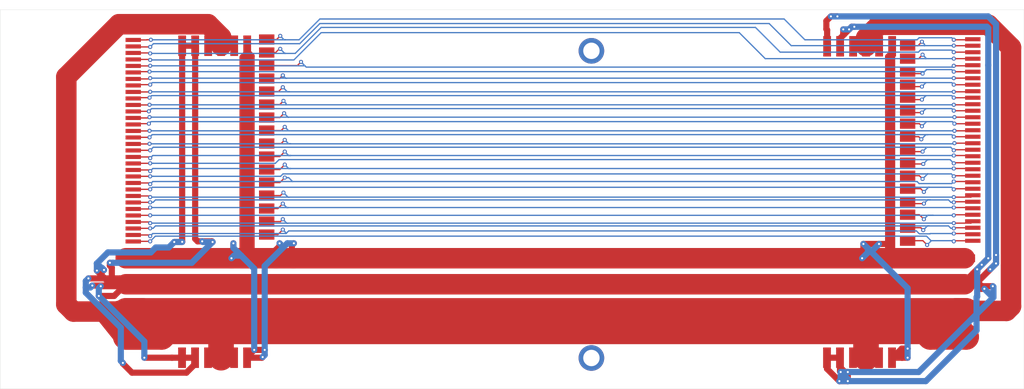
<source format=kicad_pcb>
(kicad_pcb (version 20171130) (host pcbnew 6.0.0-rc1-unknown-1a22918~65~ubuntu16.04.1)

  (general
    (thickness 1.6)
    (drawings 5)
    (tracks 830)
    (zones 0)
    (modules 14)
    (nets 36)
  )

  (page A4)
  (layers
    (0 F.Cu signal)
    (31 B.Cu signal)
    (32 B.Adhes user)
    (33 F.Adhes user)
    (34 B.Paste user)
    (35 F.Paste user)
    (36 B.SilkS user)
    (37 F.SilkS user)
    (38 B.Mask user)
    (39 F.Mask user)
    (40 Dwgs.User user)
    (41 Cmts.User user)
    (42 Eco1.User user)
    (43 Eco2.User user)
    (44 Edge.Cuts user)
    (45 Margin user)
    (46 B.CrtYd user)
    (47 F.CrtYd user)
    (48 B.Fab user)
    (49 F.Fab user)
  )

  (setup
    (last_trace_width 0.25)
    (user_trace_width 0.8)
    (user_trace_width 1.2)
    (user_trace_width 4)
    (user_trace_width 5)
    (user_trace_width 10)
    (trace_clearance 0.2)
    (zone_clearance 0.508)
    (zone_45_only yes)
    (trace_min 0.2)
    (segment_width 0.2)
    (edge_width 0.05)
    (via_size 0.8)
    (via_drill 0.4)
    (via_min_size 0.4)
    (via_min_drill 0.3)
    (uvia_size 0.3)
    (uvia_drill 0.1)
    (uvias_allowed no)
    (uvia_min_size 0.2)
    (uvia_min_drill 0.1)
    (pcb_text_width 0.3)
    (pcb_text_size 1.5 1.5)
    (mod_edge_width 0.12)
    (mod_text_size 1 1)
    (mod_text_width 0.15)
    (pad_size 1.524 1.524)
    (pad_drill 0.762)
    (pad_to_mask_clearance 0.051)
    (solder_mask_min_width 0.25)
    (aux_axis_origin 0 0)
    (grid_origin 218.05 19.05)
    (visible_elements 7FFFFFFF)
    (pcbplotparams
      (layerselection 0x010f0_ffffffff)
      (usegerberextensions false)
      (usegerberattributes true)
      (usegerberadvancedattributes false)
      (creategerberjobfile false)
      (excludeedgelayer false)
      (linewidth 0.150000)
      (plotframeref false)
      (viasonmask false)
      (mode 1)
      (useauxorigin false)
      (hpglpennumber 1)
      (hpglpenspeed 20)
      (hpglpendiameter 15.000000)
      (psnegative false)
      (psa4output false)
      (plotreference true)
      (plotvalue true)
      (plotinvisibletext false)
      (padsonsilk true)
      (subtractmaskfromsilk false)
      (outputformat 1)
      (mirror false)
      (drillshape 0)
      (scaleselection 1)
      (outputdirectory "GerberBackbone/"))
  )

  (net 0 "")
  (net 1 /12V)
  (net 2 /5V)
  (net 3 "Net-(J10-Pad2)")
  (net 4 "Net-(J10-Pad1)")
  (net 5 /GND)
  (net 6 "Net-(J10-Pad16)")
  (net 7 "Net-(J10-Pad15)")
  (net 8 "Net-(J10-Pad14)")
  (net 9 "Net-(J10-Pad13)")
  (net 10 "Net-(J10-Pad12)")
  (net 11 "Net-(J10-Pad11)")
  (net 12 "Net-(J10-Pad10)")
  (net 13 "Net-(J10-Pad9)")
  (net 14 "Net-(J10-Pad8)")
  (net 15 "Net-(J10-Pad7)")
  (net 16 "Net-(J10-Pad6)")
  (net 17 "Net-(J10-Pad5)")
  (net 18 "Net-(J10-Pad4)")
  (net 19 "Net-(J10-Pad3)")
  (net 20 "Net-(J11-Pad16)")
  (net 21 "Net-(J11-Pad15)")
  (net 22 "Net-(J11-Pad14)")
  (net 23 "Net-(J11-Pad13)")
  (net 24 "Net-(J11-Pad12)")
  (net 25 "Net-(J11-Pad11)")
  (net 26 "Net-(J11-Pad10)")
  (net 27 "Net-(J11-Pad9)")
  (net 28 "Net-(J11-Pad8)")
  (net 29 "Net-(J11-Pad7)")
  (net 30 "Net-(J11-Pad6)")
  (net 31 "Net-(J11-Pad5)")
  (net 32 "Net-(J11-Pad4)")
  (net 33 "Net-(J11-Pad3)")
  (net 34 "Net-(J11-Pad2)")
  (net 35 "Net-(J11-Pad1)")

  (net_class Default "This is the default net class."
    (clearance 0.2)
    (trace_width 0.25)
    (via_dia 0.8)
    (via_drill 0.4)
    (uvia_dia 0.3)
    (uvia_drill 0.1)
    (add_net /12V)
    (add_net /5V)
    (add_net /GND)
    (add_net "Net-(J10-Pad1)")
    (add_net "Net-(J10-Pad10)")
    (add_net "Net-(J10-Pad11)")
    (add_net "Net-(J10-Pad12)")
    (add_net "Net-(J10-Pad13)")
    (add_net "Net-(J10-Pad14)")
    (add_net "Net-(J10-Pad15)")
    (add_net "Net-(J10-Pad16)")
    (add_net "Net-(J10-Pad2)")
    (add_net "Net-(J10-Pad3)")
    (add_net "Net-(J10-Pad4)")
    (add_net "Net-(J10-Pad5)")
    (add_net "Net-(J10-Pad6)")
    (add_net "Net-(J10-Pad7)")
    (add_net "Net-(J10-Pad8)")
    (add_net "Net-(J10-Pad9)")
    (add_net "Net-(J11-Pad1)")
    (add_net "Net-(J11-Pad10)")
    (add_net "Net-(J11-Pad11)")
    (add_net "Net-(J11-Pad12)")
    (add_net "Net-(J11-Pad13)")
    (add_net "Net-(J11-Pad14)")
    (add_net "Net-(J11-Pad15)")
    (add_net "Net-(J11-Pad16)")
    (add_net "Net-(J11-Pad2)")
    (add_net "Net-(J11-Pad3)")
    (add_net "Net-(J11-Pad4)")
    (add_net "Net-(J11-Pad5)")
    (add_net "Net-(J11-Pad6)")
    (add_net "Net-(J11-Pad7)")
    (add_net "Net-(J11-Pad8)")
    (add_net "Net-(J11-Pad9)")
  )

  (module Battery_Connector_SMD:Screw_Hole (layer F.Cu) (tedit 5D43834C) (tstamp 5D43D145)
    (at 133.55 27.05)
    (path /5DA1EBB9)
    (fp_text reference H1 (at 0 0.5) (layer F.SilkS) hide
      (effects (font (size 1 1) (thickness 0.15)))
    )
    (fp_text value MountingHole (at 0 -0.5) (layer F.Fab) hide
      (effects (font (size 1 1) (thickness 0.15)))
    )
    (pad 1 thru_hole circle (at 0 0) (size 5 5) (drill 3.2) (layers *.Cu *.Mask))
  )

  (module Battery_Connector_SMD:Screw_Hole (layer F.Cu) (tedit 5D43834C) (tstamp 5D43D14A)
    (at 133.55 87.05)
    (path /5DA1F830)
    (fp_text reference H2 (at 0 0.5) (layer F.SilkS) hide
      (effects (font (size 1 1) (thickness 0.15)))
    )
    (fp_text value MountingHole (at 0 -0.5) (layer F.Fab) hide
      (effects (font (size 1 1) (thickness 0.15)))
    )
    (pad 1 thru_hole circle (at 0 0) (size 5 5) (drill 3.2) (layers *.Cu *.Mask))
  )

  (module Battery_Connector_SMD:SMD_Connector_6X (layer F.Cu) (tedit 5D484113) (tstamp 5D6C1154)
    (at 66.31 26.05)
    (path /5D6988C5)
    (fp_text reference J3 (at -5.08 3.81) (layer F.SilkS) hide
      (effects (font (size 1 1) (thickness 0.15)))
    )
    (fp_text value Conn_01x06_Female (at 0 -3.81) (layer F.Fab) hide
      (effects (font (size 1 1) (thickness 0.15)))
    )
    (pad 1 smd rect (at -12.7 0) (size 1.524 4) (layers F.Cu F.Paste F.Mask)
      (net 1 /12V))
    (pad 2 smd rect (at -10.16 0) (size 1.524 4) (layers F.Cu F.Paste F.Mask)
      (net 1 /12V))
    (pad 3 smd rect (at -7.62 0) (size 1.524 4) (layers F.Cu F.Paste F.Mask)
      (net 5 /GND))
    (pad 4 smd rect (at -5.08 0) (size 1.524 4) (layers F.Cu F.Paste F.Mask)
      (net 5 /GND))
    (pad 5 smd rect (at -2.54 0) (size 1.524 4) (layers F.Cu F.Paste F.Mask)
      (net 5 /GND))
    (pad 6 smd rect (at 0 0) (size 1.524 4) (layers F.Cu F.Paste F.Mask)
      (net 2 /5V))
  )

  (module Battery_Connector_SMD:SMD_Connector_6X (layer F.Cu) (tedit 5D484113) (tstamp 5D43D186)
    (at 179.594 26.162 180)
    (path /5D69B656)
    (fp_text reference J4 (at -5.08 3.81 180) (layer F.SilkS) hide
      (effects (font (size 1 1) (thickness 0.15)))
    )
    (fp_text value Conn_01x06_Female (at 0 -3.81 180) (layer F.Fab) hide
      (effects (font (size 1 1) (thickness 0.15)))
    )
    (pad 1 smd rect (at -12.7 0 180) (size 1.524 4) (layers F.Cu F.Paste F.Mask)
      (net 2 /5V))
    (pad 2 smd rect (at -10.16 0 180) (size 1.524 4) (layers F.Cu F.Paste F.Mask)
      (net 5 /GND))
    (pad 3 smd rect (at -7.62 0 180) (size 1.524 4) (layers F.Cu F.Paste F.Mask)
      (net 5 /GND))
    (pad 4 smd rect (at -5.08 0 180) (size 1.524 4) (layers F.Cu F.Paste F.Mask)
      (net 5 /GND))
    (pad 5 smd rect (at -2.54 0 180) (size 1.524 4) (layers F.Cu F.Paste F.Mask)
      (net 1 /12V))
    (pad 6 smd rect (at 0 0 180) (size 1.524 4) (layers F.Cu F.Paste F.Mask)
      (net 1 /12V))
  )

  (module Battery_Connector_SMD:SMD_Connector_6X (layer F.Cu) (tedit 5D484113) (tstamp 5D43D190)
    (at 192.269 86.995)
    (path /5D69ADF4)
    (fp_text reference J5 (at -5.08 3.81) (layer F.SilkS) hide
      (effects (font (size 1 1) (thickness 0.15)))
    )
    (fp_text value Conn_01x06_Female (at 0 -3.81) (layer F.Fab) hide
      (effects (font (size 1 1) (thickness 0.15)))
    )
    (pad 1 smd rect (at -12.7 0) (size 1.524 4) (layers F.Cu F.Paste F.Mask)
      (net 1 /12V))
    (pad 2 smd rect (at -10.16 0) (size 1.524 4) (layers F.Cu F.Paste F.Mask)
      (net 1 /12V))
    (pad 3 smd rect (at -7.62 0) (size 1.524 4) (layers F.Cu F.Paste F.Mask)
      (net 5 /GND))
    (pad 4 smd rect (at -5.08 0) (size 1.524 4) (layers F.Cu F.Paste F.Mask)
      (net 5 /GND))
    (pad 5 smd rect (at -2.54 0) (size 1.524 4) (layers F.Cu F.Paste F.Mask)
      (net 5 /GND))
    (pad 6 smd rect (at 0 0) (size 1.524 4) (layers F.Cu F.Paste F.Mask)
      (net 2 /5V))
  )

  (module Battery_Connector_SMD:SMD_Connector_6X (layer F.Cu) (tedit 5D484113) (tstamp 5D6C1263)
    (at 53.585 86.995 180)
    (path /5D69C96B)
    (fp_text reference J6 (at -5.08 3.81 180) (layer F.SilkS) hide
      (effects (font (size 1 1) (thickness 0.15)))
    )
    (fp_text value Conn_01x06_Female (at 0 -3.81 180) (layer F.Fab) hide
      (effects (font (size 1 1) (thickness 0.15)))
    )
    (pad 1 smd rect (at -12.7 0 180) (size 1.524 4) (layers F.Cu F.Paste F.Mask)
      (net 2 /5V))
    (pad 2 smd rect (at -10.16 0 180) (size 1.524 4) (layers F.Cu F.Paste F.Mask)
      (net 5 /GND))
    (pad 3 smd rect (at -7.62 0 180) (size 1.524 4) (layers F.Cu F.Paste F.Mask)
      (net 5 /GND))
    (pad 4 smd rect (at -5.08 0 180) (size 1.524 4) (layers F.Cu F.Paste F.Mask)
      (net 5 /GND))
    (pad 5 smd rect (at -2.54 0 180) (size 1.524 4) (layers F.Cu F.Paste F.Mask)
      (net 1 /12V))
    (pad 6 smd rect (at 0 0 180) (size 1.524 4) (layers F.Cu F.Paste F.Mask)
      (net 1 /12V))
  )

  (module Battery_Connector_SMD:Connector_32x (layer F.Cu) (tedit 5D43BB08) (tstamp 5D43D1E6)
    (at 208.05 64.15 90)
    (path /5D474612)
    (fp_text reference J9 (at 0 -3.75 90) (layer F.SilkS) hide
      (effects (font (size 1 1) (thickness 0.15)))
    )
    (fp_text value Conn_01x32_Female (at 0 -5 90) (layer F.Fab)
      (effects (font (size 1 1) (thickness 0.15)))
    )
    (pad 32 smd rect (at 39.37 0 90) (size 0.8 3) (layers F.Cu F.Paste F.Mask)
      (net 4 "Net-(J10-Pad1)"))
    (pad 31 smd rect (at 38.1 0 90) (size 0.8 3) (layers F.Cu F.Paste F.Mask)
      (net 20 "Net-(J11-Pad16)"))
    (pad 30 smd rect (at 36.83 0 90) (size 0.8 3) (layers F.Cu F.Paste F.Mask)
      (net 3 "Net-(J10-Pad2)"))
    (pad 29 smd rect (at 35.56 0 90) (size 0.8 3) (layers F.Cu F.Paste F.Mask)
      (net 21 "Net-(J11-Pad15)"))
    (pad 28 smd rect (at 34.29 0 90) (size 0.8 3) (layers F.Cu F.Paste F.Mask)
      (net 19 "Net-(J10-Pad3)"))
    (pad 27 smd rect (at 33.02 0 90) (size 0.8 3) (layers F.Cu F.Paste F.Mask)
      (net 22 "Net-(J11-Pad14)"))
    (pad 26 smd rect (at 31.75 0 90) (size 0.8 3) (layers F.Cu F.Paste F.Mask)
      (net 18 "Net-(J10-Pad4)"))
    (pad 25 smd rect (at 30.48 0 90) (size 0.8 3) (layers F.Cu F.Paste F.Mask)
      (net 23 "Net-(J11-Pad13)"))
    (pad 24 smd rect (at 29.21 0 90) (size 0.8 3) (layers F.Cu F.Paste F.Mask)
      (net 17 "Net-(J10-Pad5)"))
    (pad 23 smd rect (at 27.94 0 90) (size 0.8 3) (layers F.Cu F.Paste F.Mask)
      (net 24 "Net-(J11-Pad12)"))
    (pad 22 smd rect (at 26.67 0 90) (size 0.8 3) (layers F.Cu F.Paste F.Mask)
      (net 16 "Net-(J10-Pad6)"))
    (pad 21 smd rect (at 25.4 0 90) (size 0.8 3) (layers F.Cu F.Paste F.Mask)
      (net 25 "Net-(J11-Pad11)"))
    (pad 20 smd rect (at 24.13 0 90) (size 0.8 3) (layers F.Cu F.Paste F.Mask)
      (net 15 "Net-(J10-Pad7)"))
    (pad 19 smd rect (at 22.86 0 90) (size 0.8 3) (layers F.Cu F.Paste F.Mask)
      (net 26 "Net-(J11-Pad10)"))
    (pad 18 smd rect (at 21.59 0 90) (size 0.8 3) (layers F.Cu F.Paste F.Mask)
      (net 14 "Net-(J10-Pad8)"))
    (pad 17 smd rect (at 20.32 0 90) (size 0.8 3) (layers F.Cu F.Paste F.Mask)
      (net 27 "Net-(J11-Pad9)"))
    (pad 16 smd rect (at 19.05 0 90) (size 0.8 3) (layers F.Cu F.Paste F.Mask)
      (net 13 "Net-(J10-Pad9)"))
    (pad 15 smd rect (at 17.78 0 90) (size 0.8 3) (layers F.Cu F.Paste F.Mask)
      (net 28 "Net-(J11-Pad8)"))
    (pad 14 smd rect (at 16.51 0 90) (size 0.8 3) (layers F.Cu F.Paste F.Mask)
      (net 12 "Net-(J10-Pad10)"))
    (pad 13 smd rect (at 15.24 0 90) (size 0.8 3) (layers F.Cu F.Paste F.Mask)
      (net 29 "Net-(J11-Pad7)"))
    (pad 12 smd rect (at 13.97 0 90) (size 0.8 3) (layers F.Cu F.Paste F.Mask)
      (net 11 "Net-(J10-Pad11)"))
    (pad 11 smd rect (at 12.7 0 90) (size 0.8 3) (layers F.Cu F.Paste F.Mask)
      (net 30 "Net-(J11-Pad6)"))
    (pad 10 smd rect (at 11.43 0 90) (size 0.8 3) (layers F.Cu F.Paste F.Mask)
      (net 10 "Net-(J10-Pad12)"))
    (pad 9 smd rect (at 10.16 0 90) (size 0.8 3) (layers F.Cu F.Paste F.Mask)
      (net 31 "Net-(J11-Pad5)"))
    (pad 8 smd rect (at 8.89 0 90) (size 0.8 3) (layers F.Cu F.Paste F.Mask)
      (net 9 "Net-(J10-Pad13)"))
    (pad 7 smd rect (at 7.62 0 90) (size 0.8 3) (layers F.Cu F.Paste F.Mask)
      (net 32 "Net-(J11-Pad4)"))
    (pad 6 smd rect (at 6.35 0 90) (size 0.8 3) (layers F.Cu F.Paste F.Mask)
      (net 8 "Net-(J10-Pad14)"))
    (pad 5 smd rect (at 5.08 0 90) (size 0.8 3) (layers F.Cu F.Paste F.Mask)
      (net 33 "Net-(J11-Pad3)"))
    (pad 4 smd rect (at 3.81 0 90) (size 0.8 3) (layers F.Cu F.Paste F.Mask)
      (net 7 "Net-(J10-Pad15)"))
    (pad 3 smd rect (at 2.54 0 90) (size 0.8 3) (layers F.Cu F.Paste F.Mask)
      (net 34 "Net-(J11-Pad2)"))
    (pad 2 smd rect (at 1.27 0 90) (size 0.8 3) (layers F.Cu F.Paste F.Mask)
      (net 6 "Net-(J10-Pad16)"))
    (pad 1 smd rect (at 0 0 90) (size 0.8 3) (layers F.Cu F.Paste F.Mask)
      (net 35 "Net-(J11-Pad1)"))
  )

  (module Battery_Connector_SMD:Connector_32x (layer F.Cu) (tedit 5D43BB08) (tstamp 5D43ED05)
    (at 44.05 24.92 270)
    (path /5D46F4CB)
    (fp_text reference J12 (at 0 -3.75 90) (layer F.SilkS) hide
      (effects (font (size 1 1) (thickness 0.15)))
    )
    (fp_text value Conn_01x32_Female (at 0 -5 90) (layer F.Fab)
      (effects (font (size 1 1) (thickness 0.15)))
    )
    (pad 32 smd rect (at 39.37 0 270) (size 0.8 3) (layers F.Cu F.Paste F.Mask)
      (net 35 "Net-(J11-Pad1)"))
    (pad 31 smd rect (at 38.1 0 270) (size 0.8 3) (layers F.Cu F.Paste F.Mask)
      (net 6 "Net-(J10-Pad16)"))
    (pad 30 smd rect (at 36.83 0 270) (size 0.8 3) (layers F.Cu F.Paste F.Mask)
      (net 34 "Net-(J11-Pad2)"))
    (pad 29 smd rect (at 35.56 0 270) (size 0.8 3) (layers F.Cu F.Paste F.Mask)
      (net 7 "Net-(J10-Pad15)"))
    (pad 28 smd rect (at 34.29 0 270) (size 0.8 3) (layers F.Cu F.Paste F.Mask)
      (net 33 "Net-(J11-Pad3)"))
    (pad 27 smd rect (at 33.02 0 270) (size 0.8 3) (layers F.Cu F.Paste F.Mask)
      (net 8 "Net-(J10-Pad14)"))
    (pad 26 smd rect (at 31.75 0 270) (size 0.8 3) (layers F.Cu F.Paste F.Mask)
      (net 32 "Net-(J11-Pad4)"))
    (pad 25 smd rect (at 30.48 0 270) (size 0.8 3) (layers F.Cu F.Paste F.Mask)
      (net 9 "Net-(J10-Pad13)"))
    (pad 24 smd rect (at 29.21 0 270) (size 0.8 3) (layers F.Cu F.Paste F.Mask)
      (net 31 "Net-(J11-Pad5)"))
    (pad 23 smd rect (at 27.94 0 270) (size 0.8 3) (layers F.Cu F.Paste F.Mask)
      (net 10 "Net-(J10-Pad12)"))
    (pad 22 smd rect (at 26.67 0 270) (size 0.8 3) (layers F.Cu F.Paste F.Mask)
      (net 30 "Net-(J11-Pad6)"))
    (pad 21 smd rect (at 25.4 0 270) (size 0.8 3) (layers F.Cu F.Paste F.Mask)
      (net 11 "Net-(J10-Pad11)"))
    (pad 20 smd rect (at 24.13 0 270) (size 0.8 3) (layers F.Cu F.Paste F.Mask)
      (net 29 "Net-(J11-Pad7)"))
    (pad 19 smd rect (at 22.86 0 270) (size 0.8 3) (layers F.Cu F.Paste F.Mask)
      (net 12 "Net-(J10-Pad10)"))
    (pad 18 smd rect (at 21.59 0 270) (size 0.8 3) (layers F.Cu F.Paste F.Mask)
      (net 28 "Net-(J11-Pad8)"))
    (pad 17 smd rect (at 20.32 0 270) (size 0.8 3) (layers F.Cu F.Paste F.Mask)
      (net 13 "Net-(J10-Pad9)"))
    (pad 16 smd rect (at 19.05 0 270) (size 0.8 3) (layers F.Cu F.Paste F.Mask)
      (net 27 "Net-(J11-Pad9)"))
    (pad 15 smd rect (at 17.78 0 270) (size 0.8 3) (layers F.Cu F.Paste F.Mask)
      (net 14 "Net-(J10-Pad8)"))
    (pad 14 smd rect (at 16.51 0 270) (size 0.8 3) (layers F.Cu F.Paste F.Mask)
      (net 26 "Net-(J11-Pad10)"))
    (pad 13 smd rect (at 15.24 0 270) (size 0.8 3) (layers F.Cu F.Paste F.Mask)
      (net 15 "Net-(J10-Pad7)"))
    (pad 12 smd rect (at 13.97 0 270) (size 0.8 3) (layers F.Cu F.Paste F.Mask)
      (net 25 "Net-(J11-Pad11)"))
    (pad 11 smd rect (at 12.7 0 270) (size 0.8 3) (layers F.Cu F.Paste F.Mask)
      (net 16 "Net-(J10-Pad6)"))
    (pad 10 smd rect (at 11.43 0 270) (size 0.8 3) (layers F.Cu F.Paste F.Mask)
      (net 24 "Net-(J11-Pad12)"))
    (pad 9 smd rect (at 10.16 0 270) (size 0.8 3) (layers F.Cu F.Paste F.Mask)
      (net 17 "Net-(J10-Pad5)"))
    (pad 8 smd rect (at 8.89 0 270) (size 0.8 3) (layers F.Cu F.Paste F.Mask)
      (net 23 "Net-(J11-Pad13)"))
    (pad 7 smd rect (at 7.62 0 270) (size 0.8 3) (layers F.Cu F.Paste F.Mask)
      (net 18 "Net-(J10-Pad4)"))
    (pad 6 smd rect (at 6.35 0 270) (size 0.8 3) (layers F.Cu F.Paste F.Mask)
      (net 22 "Net-(J11-Pad14)"))
    (pad 5 smd rect (at 5.08 0 270) (size 0.8 3) (layers F.Cu F.Paste F.Mask)
      (net 19 "Net-(J10-Pad3)"))
    (pad 4 smd rect (at 3.81 0 270) (size 0.8 3) (layers F.Cu F.Paste F.Mask)
      (net 21 "Net-(J11-Pad15)"))
    (pad 3 smd rect (at 2.54 0 270) (size 0.8 3) (layers F.Cu F.Paste F.Mask)
      (net 3 "Net-(J10-Pad2)"))
    (pad 2 smd rect (at 1.27 0 270) (size 0.8 3) (layers F.Cu F.Paste F.Mask)
      (net 20 "Net-(J11-Pad16)"))
    (pad 1 smd rect (at 0 0 270) (size 0.8 3) (layers F.Cu F.Paste F.Mask)
      (net 4 "Net-(J10-Pad1)"))
  )

  (module Battery_Connector_SMD:SMD_Connector_2X (layer F.Cu) (tedit 5D48536B) (tstamp 5D6C0485)
    (at 42.605 80.391 90)
    (path /5D4EA64D)
    (fp_text reference J1 (at -5.08 3.81 90) (layer F.SilkS) hide
      (effects (font (size 1 1) (thickness 0.15)))
    )
    (fp_text value Conn_01x02_Female (at 0 -3.81 90) (layer F.Fab) hide
      (effects (font (size 1 1) (thickness 0.15)))
    )
    (pad 1 smd rect (at -2.54 0 90) (size 1.524 4) (layers F.Cu F.Paste F.Mask)
      (net 5 /GND))
    (pad 2 smd rect (at 2.54 0 90) (size 1.524 4) (layers F.Cu F.Paste F.Mask)
      (net 5 /GND))
  )

  (module Battery_Connector_SMD:SMD_Connector_2X (layer F.Cu) (tedit 5D48536B) (tstamp 5D6C048B)
    (at 42.605 70.104 90)
    (path /5D4EA6C5)
    (fp_text reference J2 (at -5.08 3.81 90) (layer F.SilkS) hide
      (effects (font (size 1 1) (thickness 0.15)))
    )
    (fp_text value Conn_01x02_Female (at 0 -3.81 90) (layer F.Fab) hide
      (effects (font (size 1 1) (thickness 0.15)))
    )
    (pad 1 smd rect (at -2.54 0 90) (size 1.524 4) (layers F.Cu F.Paste F.Mask)
      (net 1 /12V))
    (pad 2 smd rect (at 2.54 0 90) (size 1.524 4) (layers F.Cu F.Paste F.Mask)
      (net 2 /5V))
  )

  (module Battery_Connector_SMD:SMD_Connector_2X (layer F.Cu) (tedit 5D48536B) (tstamp 5D6C048C)
    (at 206.747 80.391 270)
    (path /5D4EAB04)
    (fp_text reference J7 (at 0 4 270) (layer F.SilkS) hide
      (effects (font (size 1 1) (thickness 0.15)))
    )
    (fp_text value Conn_01x02_Female (at 0 -3.81 270) (layer F.Fab) hide
      (effects (font (size 1 1) (thickness 0.15)))
    )
    (pad 1 smd rect (at -2.54 0 270) (size 1.524 4) (layers F.Cu F.Paste F.Mask)
      (net 5 /GND))
    (pad 2 smd rect (at 2.54 0 270) (size 1.524 4) (layers F.Cu F.Paste F.Mask)
      (net 5 /GND))
  )

  (module Battery_Connector_SMD:SMD_Connector_2X (layer F.Cu) (tedit 5D48536B) (tstamp 5D6C0491)
    (at 206.493 70.104 270)
    (path /5D4EAA1A)
    (fp_text reference J8 (at -5.08 3.81 270) (layer F.SilkS) hide
      (effects (font (size 1 1) (thickness 0.15)))
    )
    (fp_text value Conn_01x02_Female (at 0 -3.81 270) (layer F.Fab) hide
      (effects (font (size 1 1) (thickness 0.15)))
    )
    (pad 1 smd rect (at -2.54 0 270) (size 1.524 4) (layers F.Cu F.Paste F.Mask)
      (net 2 /5V))
    (pad 2 smd rect (at 2.54 0 270) (size 1.524 4) (layers F.Cu F.Paste F.Mask)
      (net 1 /12V))
  )

  (module Battery_Connector_SMD:Connector_16x (layer F.Cu) (tedit 5D496147) (tstamp 5D6C0535)
    (at 70.12 24.84 270)
    (path /5D59ABD7)
    (fp_text reference J10 (at 0 4.445 270) (layer F.SilkS) hide
      (effects (font (size 1 1) (thickness 0.15)))
    )
    (fp_text value Conn_01x16_Female (at 0 2.54 270) (layer F.Fab)
      (effects (font (size 1 1) (thickness 0.15)))
    )
    (pad 16 smd rect (at 38.1 0 270) (size 2 3) (layers F.Cu F.Paste F.Mask)
      (net 6 "Net-(J10-Pad16)"))
    (pad 15 smd rect (at 35.56 0 270) (size 2 3) (layers F.Cu F.Paste F.Mask)
      (net 7 "Net-(J10-Pad15)"))
    (pad 14 smd rect (at 33.02 0 270) (size 2 3) (layers F.Cu F.Paste F.Mask)
      (net 8 "Net-(J10-Pad14)"))
    (pad 13 smd rect (at 30.48 0 270) (size 2 3) (layers F.Cu F.Paste F.Mask)
      (net 9 "Net-(J10-Pad13)"))
    (pad 12 smd rect (at 27.94 0 270) (size 2 3) (layers F.Cu F.Paste F.Mask)
      (net 10 "Net-(J10-Pad12)"))
    (pad 11 smd rect (at 25.4 0 270) (size 2 3) (layers F.Cu F.Paste F.Mask)
      (net 11 "Net-(J10-Pad11)"))
    (pad 10 smd rect (at 22.86 0 270) (size 2 3) (layers F.Cu F.Paste F.Mask)
      (net 12 "Net-(J10-Pad10)"))
    (pad 9 smd rect (at 20.32 0 270) (size 2 3) (layers F.Cu F.Paste F.Mask)
      (net 13 "Net-(J10-Pad9)"))
    (pad 8 smd rect (at 17.78 0 270) (size 2 3) (layers F.Cu F.Paste F.Mask)
      (net 14 "Net-(J10-Pad8)"))
    (pad 7 smd rect (at 15.24 0 270) (size 2 3) (layers F.Cu F.Paste F.Mask)
      (net 15 "Net-(J10-Pad7)"))
    (pad 6 smd rect (at 12.7 0 270) (size 2 3) (layers F.Cu F.Paste F.Mask)
      (net 16 "Net-(J10-Pad6)"))
    (pad 5 smd rect (at 10.16 0 270) (size 2 3) (layers F.Cu F.Paste F.Mask)
      (net 17 "Net-(J10-Pad5)"))
    (pad 4 smd rect (at 7.62 0 270) (size 2 3) (layers F.Cu F.Paste F.Mask)
      (net 18 "Net-(J10-Pad4)"))
    (pad 3 smd rect (at 5.08 0 270) (size 2 3) (layers F.Cu F.Paste F.Mask)
      (net 19 "Net-(J10-Pad3)"))
    (pad 2 smd rect (at 2.54 0 270) (size 2 3) (layers F.Cu F.Paste F.Mask)
      (net 3 "Net-(J10-Pad2)"))
    (pad 1 smd rect (at 0 0 270) (size 2 3) (layers F.Cu F.Paste F.Mask)
      (net 4 "Net-(J10-Pad1)"))
  )

  (module Battery_Connector_SMD:Connector_16x (layer F.Cu) (tedit 5D4845DD) (tstamp 5D6C0549)
    (at 195.317 64.135 90)
    (path /5D59AD17)
    (fp_text reference J11 (at 0 4.445 90) (layer F.SilkS) hide
      (effects (font (size 1 1) (thickness 0.15)))
    )
    (fp_text value Conn_01x16_Female (at 0 2.54 90) (layer F.Fab)
      (effects (font (size 1 1) (thickness 0.15)))
    )
    (pad 16 smd rect (at 38.1 0 90) (size 2 3) (layers F.Cu F.Paste F.Mask)
      (net 20 "Net-(J11-Pad16)"))
    (pad 15 smd rect (at 35.56 0 90) (size 2 3) (layers F.Cu F.Paste F.Mask)
      (net 21 "Net-(J11-Pad15)"))
    (pad 14 smd rect (at 33.02 0 90) (size 2 3) (layers F.Cu F.Paste F.Mask)
      (net 22 "Net-(J11-Pad14)"))
    (pad 13 smd rect (at 30.48 0 90) (size 2 3) (layers F.Cu F.Paste F.Mask)
      (net 23 "Net-(J11-Pad13)"))
    (pad 12 smd rect (at 27.94 0 90) (size 2 3) (layers F.Cu F.Paste F.Mask)
      (net 24 "Net-(J11-Pad12)"))
    (pad 11 smd rect (at 25.4 0 90) (size 2 3) (layers F.Cu F.Paste F.Mask)
      (net 25 "Net-(J11-Pad11)"))
    (pad 10 smd rect (at 22.86 0 90) (size 2 3) (layers F.Cu F.Paste F.Mask)
      (net 26 "Net-(J11-Pad10)"))
    (pad 9 smd rect (at 20.32 0 90) (size 2 3) (layers F.Cu F.Paste F.Mask)
      (net 27 "Net-(J11-Pad9)"))
    (pad 8 smd rect (at 17.78 0 90) (size 2 3) (layers F.Cu F.Paste F.Mask)
      (net 28 "Net-(J11-Pad8)"))
    (pad 7 smd rect (at 15.24 0 90) (size 2 3) (layers F.Cu F.Paste F.Mask)
      (net 29 "Net-(J11-Pad7)"))
    (pad 6 smd rect (at 12.7 0 90) (size 2 3) (layers F.Cu F.Paste F.Mask)
      (net 30 "Net-(J11-Pad6)"))
    (pad 5 smd rect (at 10.16 0 90) (size 2 3) (layers F.Cu F.Paste F.Mask)
      (net 31 "Net-(J11-Pad5)"))
    (pad 4 smd rect (at 7.62 0 90) (size 2 3) (layers F.Cu F.Paste F.Mask)
      (net 32 "Net-(J11-Pad4)"))
    (pad 3 smd rect (at 5.08 0 90) (size 2 3) (layers F.Cu F.Paste F.Mask)
      (net 33 "Net-(J11-Pad3)"))
    (pad 2 smd rect (at 2.54 0 90) (size 2 3) (layers F.Cu F.Paste F.Mask)
      (net 34 "Net-(J11-Pad2)"))
    (pad 1 smd rect (at 0 0 90) (size 2 3) (layers F.Cu F.Paste F.Mask)
      (net 35 "Net-(J11-Pad1)"))
  )

  (gr_line (start 18.05 19.05) (end 18.05 93.05) (layer Edge.Cuts) (width 0.05))
  (gr_line (start 49.05 93.05) (end 18.05 93.05) (layer Edge.Cuts) (width 0.05))
  (gr_line (start 218.05 93.05) (end 49.05 93.05) (layer Edge.Cuts) (width 0.05))
  (gr_line (start 218.05 19.05) (end 218.05 93.05) (layer Edge.Cuts) (width 0.05))
  (gr_line (start 18.05 19.05) (end 218.05 19.05) (layer Edge.Cuts) (width 0.05))

  (segment (start 42.605 72.644) (end 206.493 72.644) (width 4) (layer F.Cu) (net 1))
  (segment (start 179.594 22.962) (end 179.442 22.81) (width 1.2) (layer F.Cu) (net 1))
  (segment (start 179.594 26.162) (end 179.594 22.962) (width 1.2) (layer F.Cu) (net 1))
  (segment (start 179.442 22.81) (end 179.442 21.209) (width 1.2) (layer F.Cu) (net 1))
  (via (at 180.331 20.32) (size 0.8) (drill 0.4) (layers F.Cu B.Cu) (net 1))
  (segment (start 180.331 20.32) (end 181.601 20.32) (width 1.2) (layer B.Cu) (net 1))
  (segment (start 181.601 20.32) (end 211.065 20.32) (width 1.2) (layer B.Cu) (net 1))
  (segment (start 211.065 20.32) (end 212.589 21.844) (width 1.2) (layer B.Cu) (net 1))
  (via (at 211.446 69.723) (size 0.8) (drill 0.4) (layers F.Cu B.Cu) (net 1))
  (segment (start 212.589 68.58) (end 211.446 69.723) (width 1.2) (layer B.Cu) (net 1))
  (segment (start 211.446 69.723) (end 208.652 72.517) (width 1.2) (layer F.Cu) (net 1))
  (segment (start 206.62 72.517) (end 206.493 72.644) (width 1.2) (layer F.Cu) (net 1))
  (segment (start 208.652 72.517) (end 206.62 72.517) (width 1.2) (layer F.Cu) (net 1))
  (via (at 208.906 69.723) (size 0.8) (drill 0.4) (layers F.Cu B.Cu) (net 1))
  (segment (start 206.493 72.644) (end 206.493 72.136) (width 1.2) (layer F.Cu) (net 1))
  (segment (start 208.906 69.723) (end 209.305999 69.323001) (width 1.2) (layer B.Cu) (net 1))
  (segment (start 211.065 67.564) (end 211.065 29.846998) (width 1.2) (layer B.Cu) (net 1))
  (segment (start 211.065 29.846998) (end 211.065 22.606) (width 1.2) (layer B.Cu) (net 1))
  (segment (start 211.065 22.606) (end 210.811 22.352) (width 1.2) (layer B.Cu) (net 1))
  (segment (start 210.811 22.352) (end 184.903 22.352) (width 1.2) (layer B.Cu) (net 1))
  (via (at 183.887 22.86) (size 0.8) (drill 0.4) (layers F.Cu B.Cu) (net 1))
  (segment (start 184.903 22.352) (end 184.395 22.352) (width 1.2) (layer B.Cu) (net 1))
  (segment (start 184.395 22.352) (end 183.887 22.86) (width 1.2) (layer B.Cu) (net 1))
  (segment (start 182.134 24.613) (end 182.134 26.162) (width 1.2) (layer F.Cu) (net 1))
  (via (at 209.795 68.834) (size 0.8) (drill 0.4) (layers F.Cu B.Cu) (net 1))
  (segment (start 208.017 70.612) (end 209.795 68.834) (width 1.2) (layer F.Cu) (net 1))
  (segment (start 209.795 68.834) (end 211.065 67.564) (width 1.2) (layer B.Cu) (net 1))
  (segment (start 209.305999 69.323001) (end 209.795 68.834) (width 1.2) (layer B.Cu) (net 1))
  (segment (start 208.017 70.612) (end 208.906 69.723) (width 1.2) (layer F.Cu) (net 1))
  (segment (start 206.493 72.136) (end 208.017 70.612) (width 1.2) (layer F.Cu) (net 1))
  (via (at 212.589 68.58) (size 0.8) (drill 0.4) (layers F.Cu B.Cu) (net 1))
  (segment (start 208.652 72.517) (end 212.589 68.58) (width 1.2) (layer F.Cu) (net 1))
  (via (at 212.589 66.929) (size 0.8) (drill 0.4) (layers F.Cu B.Cu) (net 1))
  (segment (start 212.589 68.58) (end 212.589 66.929) (width 1.2) (layer F.Cu) (net 1))
  (segment (start 212.589 21.844) (end 212.589 66.929) (width 1.2) (layer B.Cu) (net 1))
  (segment (start 212.589 66.929) (end 212.589 68.58) (width 1.2) (layer B.Cu) (net 1))
  (via (at 211.065 67.564) (size 0.8) (drill 0.4) (layers F.Cu B.Cu) (net 1))
  (segment (start 209.795 68.834) (end 211.065 67.564) (width 1.2) (layer F.Cu) (net 1))
  (segment (start 180.331 20.32) (end 179.442 21.209) (width 1.2) (layer F.Cu) (net 1))
  (via (at 181.601 20.32) (size 0.8) (drill 0.4) (layers F.Cu B.Cu) (net 1))
  (segment (start 180.331 20.32) (end 181.601 20.32) (width 1.2) (layer F.Cu) (net 1))
  (segment (start 182.871 23.876) (end 182.134 24.613) (width 1.2) (layer F.Cu) (net 1))
  (segment (start 184.395 22.352) (end 184.903 22.352) (width 1.2) (layer F.Cu) (net 1))
  (segment (start 183.887 22.86) (end 184.395 22.352) (width 1.2) (layer F.Cu) (net 1))
  (via (at 184.903 22.352) (size 0.8) (drill 0.4) (layers F.Cu B.Cu) (net 1))
  (segment (start 183.887 22.86) (end 182.871 23.876) (width 1.2) (layer F.Cu) (net 1))
  (via (at 182.744 22.86) (size 0.8) (drill 0.4) (layers F.Cu B.Cu) (net 1))
  (segment (start 183.887 22.86) (end 182.744 22.86) (width 1.2) (layer B.Cu) (net 1))
  (segment (start 182.744 23.749) (end 182.871 23.876) (width 1.2) (layer F.Cu) (net 1))
  (segment (start 182.744 22.86) (end 182.744 23.749) (width 1.2) (layer F.Cu) (net 1))
  (segment (start 56.125 86.995) (end 53.585 86.995) (width 1.2) (layer F.Cu) (net 1))
  (segment (start 179.569 86.995) (end 182.109 86.995) (width 1.2) (layer F.Cu) (net 1))
  (via (at 182.236 89.789) (size 0.8) (drill 0.4) (layers F.Cu B.Cu) (net 1))
  (segment (start 182.109 86.995) (end 182.109 89.662) (width 1.2) (layer F.Cu) (net 1))
  (segment (start 182.109 89.662) (end 182.236 89.789) (width 1.2) (layer F.Cu) (net 1))
  (segment (start 197.476 89.789) (end 212.081 75.184) (width 1.2) (layer B.Cu) (net 1))
  (via (at 210.303 73.533) (size 0.8) (drill 0.4) (layers F.Cu B.Cu) (net 1))
  (segment (start 212.081 75.184) (end 211.954 75.184) (width 1.2) (layer B.Cu) (net 1))
  (segment (start 211.954 75.184) (end 210.303 73.533) (width 1.2) (layer B.Cu) (net 1))
  (segment (start 209.668 73.533) (end 208.652 72.517) (width 1.2) (layer F.Cu) (net 1))
  (segment (start 210.303 73.533) (end 209.668 73.533) (width 1.2) (layer F.Cu) (net 1))
  (via (at 211.954 73.025) (size 0.8) (drill 0.4) (layers F.Cu B.Cu) (net 1))
  (segment (start 212.081 75.184) (end 212.081 73.152) (width 1.2) (layer B.Cu) (net 1))
  (segment (start 212.081 73.152) (end 211.954 73.025) (width 1.2) (layer B.Cu) (net 1))
  (segment (start 209.16 73.025) (end 208.652 72.517) (width 1.2) (layer F.Cu) (net 1))
  (segment (start 211.954 73.025) (end 209.16 73.025) (width 1.2) (layer F.Cu) (net 1))
  (via (at 181.982 91.567) (size 0.8) (drill 0.4) (layers F.Cu B.Cu) (net 1))
  (segment (start 179.569 86.995) (end 179.569 89.154) (width 1.2) (layer F.Cu) (net 1))
  (segment (start 179.569 89.154) (end 181.982 91.567) (width 1.2) (layer F.Cu) (net 1))
  (segment (start 198.873 91.567) (end 208.779 81.661) (width 1.2) (layer B.Cu) (net 1))
  (segment (start 208.779 81.661) (end 208.779 75.184) (width 1.2) (layer B.Cu) (net 1))
  (segment (start 208.906 75.057) (end 208.906 69.723) (width 1.2) (layer B.Cu) (net 1))
  (segment (start 208.779 75.184) (end 208.906 75.057) (width 1.2) (layer B.Cu) (net 1))
  (segment (start 208.906 70.231) (end 206.493 72.644) (width 1.2) (layer F.Cu) (net 1))
  (segment (start 208.906 69.723) (end 208.906 70.231) (width 1.2) (layer F.Cu) (net 1))
  (segment (start 210.303 73.533) (end 208.398 71.628) (width 1.2) (layer F.Cu) (net 1))
  (segment (start 207.382 72.644) (end 206.493 72.644) (width 1.2) (layer F.Cu) (net 1))
  (segment (start 208.398 71.628) (end 207.382 72.644) (width 1.2) (layer F.Cu) (net 1))
  (via (at 183.633 91.567) (size 0.8) (drill 0.4) (layers F.Cu B.Cu) (net 1))
  (segment (start 181.982 91.567) (end 183.633 91.567) (width 1.2) (layer F.Cu) (net 1))
  (segment (start 181.982 91.567) (end 183.633 91.567) (width 1.2) (layer B.Cu) (net 1))
  (segment (start 183.633 91.567) (end 198.873 91.567) (width 1.2) (layer B.Cu) (net 1))
  (via (at 183.633 89.789) (size 0.8) (drill 0.4) (layers F.Cu B.Cu) (net 1))
  (segment (start 182.236 89.789) (end 183.633 89.789) (width 1.2) (layer F.Cu) (net 1))
  (segment (start 182.236 89.789) (end 183.633 89.789) (width 1.2) (layer B.Cu) (net 1))
  (segment (start 183.633 89.789) (end 197.476 89.789) (width 1.2) (layer B.Cu) (net 1))
  (segment (start 183.067315 89.789) (end 183.633 89.789) (width 1.2) (layer F.Cu) (net 1))
  (segment (start 182.109 88.830685) (end 183.067315 89.789) (width 1.2) (layer F.Cu) (net 1))
  (segment (start 182.109 86.995) (end 182.109 88.830685) (width 1.2) (layer F.Cu) (net 1))
  (segment (start 181.982 91.44) (end 183.633 89.789) (width 1.2) (layer F.Cu) (net 1))
  (segment (start 181.982 91.567) (end 181.982 91.44) (width 1.2) (layer F.Cu) (net 1))
  (segment (start 183.633 91.186) (end 182.236 89.789) (width 1.2) (layer B.Cu) (net 1))
  (segment (start 183.633 91.567) (end 183.633 91.186) (width 1.2) (layer B.Cu) (net 1))
  (segment (start 182.236 91.313) (end 181.982 91.567) (width 1.2) (layer B.Cu) (net 1))
  (segment (start 182.236 89.789) (end 182.236 91.313) (width 1.2) (layer B.Cu) (net 1))
  (segment (start 183.633 91.567) (end 183.633 89.789) (width 1.2) (layer F.Cu) (net 1))
  (segment (start 56.15 26.05) (end 53.61 26.05) (width 1.2) (layer F.Cu) (net 1))
  (segment (start 53.61 26.05) (end 53.61 64.364) (width 1.2) (layer F.Cu) (net 1))
  (via (at 52.061 64.389) (size 0.8) (drill 0.4) (layers F.Cu B.Cu) (net 1))
  (segment (start 53.61 64.364) (end 53.585 64.389) (width 1.2) (layer F.Cu) (net 1))
  (segment (start 53.585 64.389) (end 52.061 64.389) (width 1.2) (layer F.Cu) (net 1))
  (segment (start 50.987999 65.462001) (end 48.447999 65.462001) (width 1.2) (layer B.Cu) (net 1))
  (segment (start 52.061 64.389) (end 50.987999 65.462001) (width 1.2) (layer B.Cu) (net 1))
  (segment (start 48.447999 65.462001) (end 47.489 66.421) (width 1.2) (layer B.Cu) (net 1))
  (segment (start 47.489 66.421) (end 39.107 66.421) (width 1.2) (layer B.Cu) (net 1))
  (via (at 36.948 69.977) (size 0.8) (drill 0.4) (layers F.Cu B.Cu) (net 1))
  (segment (start 39.107 66.421) (end 36.948 68.58) (width 1.2) (layer B.Cu) (net 1))
  (segment (start 36.948 68.58) (end 36.948 69.977) (width 1.2) (layer B.Cu) (net 1))
  (segment (start 42.478 72.517) (end 42.605 72.644) (width 1.2) (layer F.Cu) (net 1))
  (segment (start 39.488 72.517) (end 42.478 72.517) (width 1.2) (layer F.Cu) (net 1))
  (via (at 38.345 69.85) (size 0.8) (drill 0.4) (layers F.Cu B.Cu) (net 1))
  (segment (start 37.837 70.358) (end 38.345 69.85) (width 1.2) (layer F.Cu) (net 1))
  (segment (start 37.837 70.866) (end 37.837 70.358) (width 1.2) (layer F.Cu) (net 1))
  (segment (start 37.837 70.866) (end 39.488 72.517) (width 1.2) (layer F.Cu) (net 1))
  (segment (start 36.948 69.977) (end 37.837 70.866) (width 1.2) (layer F.Cu) (net 1))
  (segment (start 37.818001 69.450001) (end 36.948 68.58) (width 1.2) (layer B.Cu) (net 1))
  (segment (start 37.945001 69.450001) (end 37.818001 69.450001) (width 1.2) (layer B.Cu) (net 1))
  (segment (start 38.345 69.85) (end 37.945001 69.450001) (width 1.2) (layer B.Cu) (net 1))
  (via (at 59.554 64.389) (size 0.8) (drill 0.4) (layers F.Cu B.Cu) (net 1))
  (via (at 39.488 68.453) (size 0.8) (drill 0.4) (layers F.Cu B.Cu) (net 1))
  (segment (start 59.554 64.389) (end 55.49 68.453) (width 1.2) (layer B.Cu) (net 1))
  (segment (start 40.053685 68.453) (end 39.488 68.453) (width 1.2) (layer B.Cu) (net 1))
  (segment (start 55.49 68.453) (end 40.053685 68.453) (width 1.2) (layer B.Cu) (net 1))
  (segment (start 39.488 69.018685) (end 39.488 68.453) (width 1.2) (layer F.Cu) (net 1))
  (segment (start 39.869 69.399685) (end 39.488 69.018685) (width 1.2) (layer F.Cu) (net 1))
  (segment (start 39.869 71.146) (end 39.869 69.399685) (width 1.2) (layer F.Cu) (net 1))
  (segment (start 42.605 72.644) (end 41.367 72.644) (width 1.2) (layer F.Cu) (net 1))
  (segment (start 41.367 72.644) (end 39.869 71.146) (width 1.2) (layer F.Cu) (net 1))
  (via (at 53.61 64.364) (size 0.8) (drill 0.4) (layers F.Cu B.Cu) (net 1))
  (segment (start 52.061 64.389) (end 53.585 64.389) (width 1.2) (layer B.Cu) (net 1))
  (segment (start 53.585 64.389) (end 53.61 64.364) (width 1.2) (layer B.Cu) (net 1))
  (segment (start 59.427 64.262) (end 59.554 64.389) (width 1.2) (layer F.Cu) (net 1))
  (segment (start 56.15 26.05) (end 56.15 63.779) (width 1.2) (layer F.Cu) (net 1))
  (segment (start 56.15 63.779) (end 56.633 64.262) (width 1.2) (layer F.Cu) (net 1))
  (via (at 57.522 64.262) (size 0.8) (drill 0.4) (layers F.Cu B.Cu) (net 1))
  (segment (start 57.649 64.389) (end 57.522 64.262) (width 1.2) (layer B.Cu) (net 1))
  (segment (start 59.554 64.389) (end 57.649 64.389) (width 1.2) (layer B.Cu) (net 1))
  (segment (start 56.633 64.262) (end 57.522 64.262) (width 1.2) (layer F.Cu) (net 1))
  (segment (start 57.522 64.262) (end 59.427 64.262) (width 1.2) (layer F.Cu) (net 1))
  (segment (start 53.585 86.995) (end 51.623 86.995) (width 1.2) (layer F.Cu) (net 1))
  (via (at 46.219 86.995) (size 0.8) (drill 0.4) (layers F.Cu B.Cu) (net 1))
  (segment (start 51.623 86.995) (end 46.219 86.995) (width 1.2) (layer F.Cu) (net 1))
  (via (at 37.329 74.93) (size 0.8) (drill 0.4) (layers F.Cu B.Cu) (net 1))
  (segment (start 46.219 86.995) (end 46.219 83.82) (width 1.2) (layer B.Cu) (net 1))
  (segment (start 40.319 74.93) (end 42.605 72.644) (width 1.2) (layer F.Cu) (net 1))
  (segment (start 37.329 74.93) (end 40.319 74.93) (width 1.2) (layer F.Cu) (net 1))
  (segment (start 46.219 83.82) (end 37.329 74.93) (width 1.2) (layer B.Cu) (net 1))
  (via (at 37.71 73.025) (size 0.8) (drill 0.4) (layers F.Cu B.Cu) (net 1))
  (segment (start 37.329 74.93) (end 37.329 73.406) (width 1.2) (layer B.Cu) (net 1))
  (segment (start 37.329 73.406) (end 37.71 73.025) (width 1.2) (layer B.Cu) (net 1))
  (segment (start 42.224 73.025) (end 42.605 72.644) (width 1.2) (layer F.Cu) (net 1))
  (segment (start 37.71 73.025) (end 42.224 73.025) (width 1.2) (layer F.Cu) (net 1))
  (segment (start 56.125 88.233) (end 54.442 89.916) (width 1.2) (layer F.Cu) (net 1))
  (segment (start 56.125 86.995) (end 56.125 88.233) (width 1.2) (layer F.Cu) (net 1))
  (segment (start 54.442 89.916) (end 43.806 89.916) (width 1.2) (layer F.Cu) (net 1))
  (via (at 42.028 88.011) (size 0.8) (drill 0.4) (layers F.Cu B.Cu) (net 1))
  (segment (start 43.806 89.916) (end 42.028 88.138) (width 1.2) (layer F.Cu) (net 1))
  (segment (start 42.028 88.138) (end 42.028 88.011) (width 1.2) (layer F.Cu) (net 1))
  (segment (start 41.628001 87.611001) (end 41.628001 81.134001) (width 1.2) (layer B.Cu) (net 1))
  (segment (start 42.028 88.011) (end 41.628001 87.611001) (width 1.2) (layer B.Cu) (net 1))
  (segment (start 41.628001 81.134001) (end 34.789 74.295) (width 1.2) (layer B.Cu) (net 1))
  (via (at 35.297 71.501) (size 0.8) (drill 0.4) (layers F.Cu B.Cu) (net 1))
  (segment (start 34.789 72.009) (end 35.297 71.501) (width 1.2) (layer B.Cu) (net 1))
  (segment (start 41.462 71.501) (end 42.605 72.644) (width 1.2) (layer F.Cu) (net 1))
  (segment (start 35.297 71.501) (end 41.462 71.501) (width 1.2) (layer F.Cu) (net 1))
  (via (at 36.059 72.898) (size 0.8) (drill 0.4) (layers F.Cu B.Cu) (net 1))
  (segment (start 35.678 73.279) (end 36.059 72.898) (width 1.2) (layer B.Cu) (net 1))
  (segment (start 34.789 73.279) (end 35.678 73.279) (width 1.2) (layer B.Cu) (net 1))
  (segment (start 34.789 73.279) (end 34.789 72.009) (width 1.2) (layer B.Cu) (net 1))
  (segment (start 34.789 74.295) (end 34.789 73.279) (width 1.2) (layer B.Cu) (net 1))
  (segment (start 42.351 72.898) (end 42.605 72.644) (width 1.2) (layer F.Cu) (net 1))
  (segment (start 36.059 72.898) (end 42.351 72.898) (width 1.2) (layer F.Cu) (net 1))
  (segment (start 66.31 67.462) (end 66.412 67.564) (width 1.2) (layer F.Cu) (net 2))
  (segment (start 66.31 26.05) (end 66.31 67.462) (width 1.2) (layer F.Cu) (net 2))
  (segment (start 65.396 28.321) (end 65.396 67.564) (width 1.2) (layer F.Cu) (net 2))
  (segment (start 66.31 27.407) (end 65.396 28.321) (width 1.2) (layer F.Cu) (net 2))
  (segment (start 66.31 26.05) (end 66.31 27.407) (width 1.2) (layer F.Cu) (net 2))
  (segment (start 65.396 67.564) (end 66.412 67.564) (width 4) (layer F.Cu) (net 2))
  (segment (start 66.31 26.05) (end 66.31 27.203) (width 1.2) (layer F.Cu) (net 2))
  (segment (start 66.31 27.203) (end 67.174 28.067) (width 1.2) (layer F.Cu) (net 2))
  (segment (start 67.174 67.437) (end 67.301 67.564) (width 1.2) (layer F.Cu) (net 2))
  (segment (start 67.174 28.067) (end 67.174 67.437) (width 1.2) (layer F.Cu) (net 2))
  (segment (start 66.412 67.564) (end 67.301 67.564) (width 4) (layer F.Cu) (net 2))
  (segment (start 192.294 27.407) (end 191.507 28.194) (width 1.2) (layer F.Cu) (net 2))
  (segment (start 192.294 26.162) (end 192.294 27.407) (width 1.2) (layer F.Cu) (net 2))
  (segment (start 191.507 67.183) (end 191.888 67.564) (width 1.2) (layer F.Cu) (net 2))
  (segment (start 192.294 26.162) (end 192.294 65.507) (width 1.2) (layer F.Cu) (net 2))
  (segment (start 191.888 67.564) (end 206.493 67.564) (width 4) (layer F.Cu) (net 2))
  (segment (start 192.269 86.995) (end 194.231 86.995) (width 1.2) (layer F.Cu) (net 2))
  (via (at 195.317 86.995) (size 0.8) (drill 0.4) (layers F.Cu B.Cu) (net 2))
  (segment (start 194.231 86.995) (end 195.317 86.995) (width 1.2) (layer F.Cu) (net 2))
  (via (at 186.681 64.77) (size 0.8) (drill 0.4) (layers F.Cu B.Cu) (net 2))
  (segment (start 191.507 64.77) (end 191.507 67.183) (width 1.2) (layer F.Cu) (net 2))
  (segment (start 191.507 28.194) (end 191.507 64.77) (width 1.2) (layer F.Cu) (net 2))
  (segment (start 186.681 67.31) (end 186.681 64.77) (width 1.2) (layer F.Cu) (net 2))
  (segment (start 186.427 67.564) (end 186.681 67.31) (width 1.2) (layer F.Cu) (net 2))
  (segment (start 186.427 67.564) (end 191.888 67.564) (width 4) (layer F.Cu) (net 2))
  (via (at 186.427 67.564) (size 0.8) (drill 0.4) (layers F.Cu B.Cu) (net 2))
  (segment (start 187.57 66.421) (end 186.427 67.564) (width 1.2) (layer B.Cu) (net 2))
  (segment (start 187.57 65.659) (end 187.57 66.421) (width 1.2) (layer B.Cu) (net 2))
  (segment (start 187.57 65.659) (end 186.681 64.77) (width 1.2) (layer B.Cu) (net 2))
  (via (at 195.317 85.217) (size 0.8) (drill 0.4) (layers F.Cu B.Cu) (net 2))
  (segment (start 194.231 86.303) (end 195.317 85.217) (width 1.2) (layer F.Cu) (net 2))
  (segment (start 194.231 86.995) (end 194.231 86.303) (width 1.2) (layer F.Cu) (net 2))
  (segment (start 195.317 86.995) (end 195.317 85.217) (width 1.2) (layer B.Cu) (net 2))
  (segment (start 195.317 85.217) (end 195.317 73.406) (width 1.2) (layer B.Cu) (net 2))
  (segment (start 192.269 86.995) (end 192.269 86.868) (width 1.2) (layer F.Cu) (net 2))
  (segment (start 195.317 73.406) (end 188.078 66.167) (width 1.2) (layer B.Cu) (net 2))
  (segment (start 188.078 66.167) (end 187.57 65.659) (width 1.2) (layer B.Cu) (net 2))
  (via (at 189.729 64.77) (size 0.8) (drill 0.4) (layers F.Cu B.Cu) (net 2))
  (segment (start 191.507 64.77) (end 189.729 64.77) (width 1.2) (layer F.Cu) (net 2))
  (segment (start 189.729 64.77) (end 186.681 64.77) (width 1.2) (layer F.Cu) (net 2))
  (segment (start 188.078 66.167) (end 188.332 66.167) (width 1.2) (layer B.Cu) (net 2))
  (segment (start 188.332 66.167) (end 189.729 64.77) (width 1.2) (layer B.Cu) (net 2))
  (via (at 69.333 86.868) (size 0.8) (drill 0.4) (layers F.Cu B.Cu) (net 2))
  (segment (start 66.285 86.995) (end 69.206 86.995) (width 1.2) (layer F.Cu) (net 2))
  (segment (start 69.206 86.995) (end 69.333 86.868) (width 1.2) (layer F.Cu) (net 2))
  (via (at 75.429 64.643) (size 0.8) (drill 0.4) (layers F.Cu B.Cu) (net 2))
  (segment (start 74.159 64.643) (end 75.429 64.643) (width 1.2) (layer B.Cu) (net 2))
  (segment (start 75.029001 67.291001) (end 75.302 67.564) (width 1.2) (layer F.Cu) (net 2))
  (segment (start 75.029001 65.042999) (end 75.029001 67.291001) (width 1.2) (layer F.Cu) (net 2))
  (segment (start 75.429 64.643) (end 75.029001 65.042999) (width 1.2) (layer F.Cu) (net 2))
  (segment (start 75.302 67.564) (end 186.427 67.564) (width 4) (layer F.Cu) (net 2))
  (via (at 72.635 64.643) (size 0.8) (drill 0.4) (layers F.Cu B.Cu) (net 2))
  (segment (start 73.27 65.278) (end 72.635 64.643) (width 1.2) (layer B.Cu) (net 2))
  (segment (start 73.524 65.278) (end 73.27 65.278) (width 1.2) (layer B.Cu) (net 2))
  (segment (start 73.524 65.278) (end 74.159 64.643) (width 1.2) (layer B.Cu) (net 2))
  (segment (start 69.732999 69.069001) (end 73.524 65.278) (width 1.2) (layer B.Cu) (net 2))
  (segment (start 71.873 65.970685) (end 71.873 67.564) (width 1.2) (layer F.Cu) (net 2))
  (segment (start 72.635 65.208685) (end 71.873 65.970685) (width 1.2) (layer F.Cu) (net 2))
  (segment (start 72.635 64.643) (end 72.635 65.208685) (width 1.2) (layer F.Cu) (net 2))
  (segment (start 67.301 67.564) (end 71.873 67.564) (width 4) (layer F.Cu) (net 2))
  (segment (start 71.873 67.564) (end 75.302 67.564) (width 4) (layer F.Cu) (net 2))
  (via (at 67.682 85.471) (size 0.8) (drill 0.4) (layers F.Cu B.Cu) (net 2))
  (segment (start 66.285 86.995) (end 66.285 86.868) (width 1.2) (layer F.Cu) (net 2))
  (segment (start 66.285 86.868) (end 67.682 85.471) (width 1.2) (layer F.Cu) (net 2))
  (via (at 63.618 64.643) (size 0.8) (drill 0.4) (layers F.Cu B.Cu) (net 2))
  (segment (start 63.618 65.532) (end 63.618 64.643) (width 1.2) (layer B.Cu) (net 2))
  (segment (start 67.682 85.471) (end 67.682 69.596) (width 1.2) (layer B.Cu) (net 2))
  (segment (start 63.618 65.786) (end 65.396 67.564) (width 1.2) (layer F.Cu) (net 2))
  (segment (start 63.618 64.643) (end 63.618 65.786) (width 1.2) (layer F.Cu) (net 2))
  (via (at 63.237 67.564) (size 0.8) (drill 0.4) (layers F.Cu B.Cu) (net 2))
  (segment (start 67.682 69.596) (end 65.142 67.056) (width 1.2) (layer B.Cu) (net 2))
  (segment (start 42.605 67.564) (end 63.237 67.564) (width 4) (layer F.Cu) (net 2))
  (segment (start 65.142 67.056) (end 63.618 65.532) (width 1.2) (layer B.Cu) (net 2))
  (segment (start 63.237 67.564) (end 65.396 67.564) (width 4) (layer F.Cu) (net 2))
  (segment (start 65.142 67.056) (end 63.745 67.056) (width 1.2) (layer B.Cu) (net 2))
  (segment (start 63.745 67.056) (end 63.237 67.564) (width 1.2) (layer B.Cu) (net 2))
  (via (at 69.732999 85.471) (size 0.8) (drill 0.4) (layers F.Cu B.Cu) (net 2))
  (segment (start 67.682 85.471) (end 69.732999 85.471) (width 1.2) (layer F.Cu) (net 2))
  (segment (start 69.732999 85.471) (end 69.732999 69.069001) (width 1.2) (layer B.Cu) (net 2))
  (segment (start 69.333 86.868) (end 69.732999 86.468001) (width 1.2) (layer B.Cu) (net 2))
  (segment (start 69.732999 86.468001) (end 69.732999 85.471) (width 1.2) (layer B.Cu) (net 2))
  (segment (start 192.396 86.995) (end 192.269 86.995) (width 1.2) (layer F.Cu) (net 2))
  (segment (start 195.317 85.217) (end 194.174 85.217) (width 1.2) (layer F.Cu) (net 2))
  (segment (start 194.174 85.217) (end 192.396 86.995) (width 1.2) (layer F.Cu) (net 2))
  (via (at 47.362 27.559) (size 0.8) (drill 0.4) (layers F.Cu B.Cu) (net 3))
  (segment (start 44.05 27.46) (end 47.263 27.46) (width 0.25) (layer F.Cu) (net 3))
  (segment (start 47.263 27.46) (end 47.362 27.559) (width 0.25) (layer F.Cu) (net 3))
  (via (at 204.334 27.305) (size 0.8) (drill 0.4) (layers F.Cu B.Cu) (net 3))
  (segment (start 208.035 27.305) (end 208.05 27.32) (width 0.25) (layer F.Cu) (net 3))
  (segment (start 204.334 27.305) (end 208.035 27.305) (width 0.25) (layer F.Cu) (net 3))
  (via (at 72.762 26.67) (size 0.8) (drill 0.4) (layers F.Cu B.Cu) (net 3))
  (segment (start 72.58 26.67) (end 72.762 26.67) (width 0.25) (layer F.Cu) (net 3))
  (segment (start 70.12 27.38) (end 71.87 27.38) (width 0.25) (layer F.Cu) (net 3))
  (segment (start 71.87 27.38) (end 72.58 26.67) (width 0.25) (layer F.Cu) (net 3))
  (segment (start 73.651 27.559) (end 73.778 27.559) (width 0.25) (layer B.Cu) (net 3))
  (segment (start 72.762 26.67) (end 73.651 27.559) (width 0.25) (layer B.Cu) (net 3))
  (segment (start 47.362 27.559) (end 73.778 27.559) (width 0.25) (layer B.Cu) (net 3))
  (segment (start 73.778 27.559) (end 75.683 27.559) (width 0.25) (layer B.Cu) (net 3))
  (segment (start 75.683 27.559) (end 80.763 22.479) (width 0.25) (layer B.Cu) (net 3))
  (segment (start 197.818995 26.905001) (end 203.934001 26.905001) (width 0.25) (layer B.Cu) (net 3))
  (segment (start 203.934001 26.905001) (end 204.334 27.305) (width 0.25) (layer B.Cu) (net 3))
  (segment (start 197.418996 27.305) (end 197.818995 26.905001) (width 0.25) (layer B.Cu) (net 3))
  (segment (start 170.425 27.305) (end 197.418996 27.305) (width 0.25) (layer B.Cu) (net 3))
  (segment (start 165.599 22.479) (end 170.425 27.305) (width 0.25) (layer B.Cu) (net 3))
  (segment (start 80.763 22.479) (end 165.599 22.479) (width 0.25) (layer B.Cu) (net 3))
  (segment (start 44.05 24.92) (end 46.699 24.92) (width 0.25) (layer F.Cu) (net 4))
  (via (at 47.489 24.892) (size 0.8) (drill 0.4) (layers F.Cu B.Cu) (net 4))
  (segment (start 46.699 24.92) (end 46.727 24.892) (width 0.25) (layer F.Cu) (net 4))
  (segment (start 46.727 24.892) (end 47.489 24.892) (width 0.25) (layer F.Cu) (net 4))
  (via (at 204.334 24.892) (size 0.8) (drill 0.4) (layers F.Cu B.Cu) (net 4))
  (segment (start 207.938 24.892) (end 208.05 24.78) (width 0.25) (layer F.Cu) (net 4))
  (segment (start 204.334 24.892) (end 207.938 24.892) (width 0.25) (layer F.Cu) (net 4))
  (via (at 72.762 24.13) (size 0.8) (drill 0.4) (layers F.Cu B.Cu) (net 4))
  (segment (start 70.12 24.84) (end 72.052 24.84) (width 0.25) (layer F.Cu) (net 4))
  (segment (start 72.052 24.84) (end 72.762 24.13) (width 0.25) (layer F.Cu) (net 4))
  (segment (start 73.524 24.892) (end 73.778 24.892) (width 0.25) (layer B.Cu) (net 4))
  (segment (start 72.762 24.13) (end 73.524 24.892) (width 0.25) (layer B.Cu) (net 4))
  (segment (start 47.489 24.892) (end 73.778 24.892) (width 0.25) (layer B.Cu) (net 4))
  (segment (start 203.934001 24.492001) (end 204.334 24.892) (width 0.25) (layer B.Cu) (net 4))
  (segment (start 197.564997 24.492001) (end 203.934001 24.492001) (width 0.25) (layer B.Cu) (net 4))
  (segment (start 197.164998 24.892) (end 197.564997 24.492001) (width 0.25) (layer B.Cu) (net 4))
  (segment (start 73.778 24.892) (end 76.445 24.892) (width 0.25) (layer B.Cu) (net 4))
  (segment (start 76.445 24.892) (end 80.509 20.828) (width 0.25) (layer B.Cu) (net 4))
  (segment (start 175.251 24.892) (end 197.164998 24.892) (width 0.25) (layer B.Cu) (net 4))
  (segment (start 171.187 20.828) (end 175.251 24.892) (width 0.25) (layer B.Cu) (net 4))
  (segment (start 80.509 20.828) (end 171.187 20.828) (width 0.25) (layer B.Cu) (net 4))
  (segment (start 49.605 82.931) (end 42.605 82.931) (width 5) (layer F.Cu) (net 5))
  (segment (start 50.686001 81.849999) (end 49.605 82.931) (width 5) (layer F.Cu) (net 5))
  (segment (start 199.747 82.931) (end 198.665999 81.849999) (width 5) (layer F.Cu) (net 5))
  (segment (start 206.747 82.931) (end 199.747 82.931) (width 5) (layer F.Cu) (net 5))
  (segment (start 42.605 77.851) (end 206.747 77.851) (width 5) (layer F.Cu) (net 5))
  (segment (start 206.747 77.851) (end 204.842 77.851) (width 5) (layer F.Cu) (net 5))
  (segment (start 204.842 77.851) (end 202.302 80.391) (width 5) (layer F.Cu) (net 5))
  (segment (start 204.207 80.391) (end 206.747 82.931) (width 5) (layer F.Cu) (net 5))
  (segment (start 202.302 80.391) (end 204.207 80.391) (width 5) (layer F.Cu) (net 5))
  (segment (start 42.605 82.931) (end 45.838 82.931) (width 5) (layer F.Cu) (net 5))
  (segment (start 45.838 82.931) (end 48.378 80.391) (width 5) (layer F.Cu) (net 5))
  (segment (start 45.838 77.851) (end 42.605 77.851) (width 5) (layer F.Cu) (net 5))
  (segment (start 48.378 80.391) (end 45.838 77.851) (width 5) (layer F.Cu) (net 5))
  (segment (start 61.205 82.103999) (end 60.951 81.849999) (width 5) (layer F.Cu) (net 5))
  (segment (start 61.205 86.995) (end 61.205 82.103999) (width 5) (layer F.Cu) (net 5))
  (segment (start 60.951 81.849999) (end 50.686001 81.849999) (width 5) (layer F.Cu) (net 5))
  (segment (start 187.189 82.484999) (end 187.824 81.849999) (width 5) (layer F.Cu) (net 5))
  (segment (start 187.189 86.995) (end 187.189 82.484999) (width 5) (layer F.Cu) (net 5))
  (segment (start 198.665999 81.849999) (end 187.824 81.849999) (width 5) (layer F.Cu) (net 5))
  (segment (start 187.824 81.849999) (end 60.951 81.849999) (width 5) (layer F.Cu) (net 5))
  (segment (start 41.367 77.851) (end 42.605 77.851) (width 4) (layer F.Cu) (net 5))
  (segment (start 41.24 77.978) (end 41.367 77.851) (width 4) (layer F.Cu) (net 5))
  (segment (start 61.23 26.05) (end 61.23 24.407998) (width 4) (layer F.Cu) (net 5))
  (segment (start 32.376 77.978) (end 41.24 77.978) (width 4) (layer F.Cu) (net 5))
  (segment (start 58.672001 21.849999) (end 41.259999 21.849999) (width 4) (layer F.Cu) (net 5))
  (segment (start 41.259999 21.849999) (end 30.979 32.130998) (width 4) (layer F.Cu) (net 5))
  (segment (start 61.23 24.407998) (end 58.672001 21.849999) (width 4) (layer F.Cu) (net 5))
  (segment (start 30.979 32.130998) (end 30.979 76.581) (width 4) (layer F.Cu) (net 5))
  (segment (start 30.979 76.581) (end 32.376 77.978) (width 4) (layer F.Cu) (net 5))
  (segment (start 214.621 77.851) (end 206.747 77.851) (width 4) (layer F.Cu) (net 5))
  (segment (start 187.214 26.162) (end 187.214 24.519998) (width 4) (layer F.Cu) (net 5))
  (segment (start 189.771999 21.961999) (end 211.092001 21.961999) (width 4) (layer F.Cu) (net 5))
  (segment (start 211.092001 21.961999) (end 215.51 26.379998) (width 4) (layer F.Cu) (net 5))
  (segment (start 187.214 24.519998) (end 189.771999 21.961999) (width 4) (layer F.Cu) (net 5))
  (segment (start 215.51 26.379998) (end 215.51 76.962) (width 4) (layer F.Cu) (net 5))
  (segment (start 215.51 76.962) (end 214.621 77.851) (width 4) (layer F.Cu) (net 5))
  (segment (start 184.649 86.995) (end 187.189 86.995) (width 1.2) (layer F.Cu) (net 5))
  (segment (start 187.189 86.995) (end 189.729 86.995) (width 1.2) (layer F.Cu) (net 5))
  (segment (start 61.205 86.995) (end 58.665 86.995) (width 1.2) (layer F.Cu) (net 5))
  (segment (start 61.205 86.995) (end 63.745 86.995) (width 1.2) (layer F.Cu) (net 5))
  (segment (start 187.214 26.162) (end 189.754 26.162) (width 1.2) (layer F.Cu) (net 5))
  (segment (start 187.214 26.162) (end 184.674 26.162) (width 1.2) (layer F.Cu) (net 5))
  (segment (start 61.23 26.05) (end 58.69 26.05) (width 1.2) (layer F.Cu) (net 5))
  (segment (start 61.23 26.05) (end 63.77 26.05) (width 1.2) (layer F.Cu) (net 5))
  (via (at 204.334 62.738) (size 0.8) (drill 0.4) (layers F.Cu B.Cu) (net 6))
  (segment (start 207.908 62.738) (end 208.05 62.88) (width 0.25) (layer F.Cu) (net 6))
  (segment (start 204.334 62.738) (end 207.908 62.738) (width 0.25) (layer F.Cu) (net 6))
  (segment (start 70.12 62.94) (end 72.306 62.94) (width 0.25) (layer F.Cu) (net 6))
  (segment (start 72.306 62.94) (end 72.870001 62.375999) (width 0.25) (layer F.Cu) (net 6))
  (segment (start 72.870001 62.375999) (end 73.27 61.976) (width 0.25) (layer F.Cu) (net 6))
  (segment (start 73.905 62.611) (end 73.669999 62.375999) (width 0.25) (layer B.Cu) (net 6))
  (segment (start 73.905 62.738) (end 73.905 62.611) (width 0.25) (layer B.Cu) (net 6))
  (segment (start 73.669999 62.375999) (end 73.27 61.976) (width 0.25) (layer B.Cu) (net 6))
  (via (at 73.27 61.976) (size 0.8) (drill 0.4) (layers F.Cu B.Cu) (net 6))
  (segment (start 47.136 63.02) (end 47.35734 63.24134) (width 0.25) (layer F.Cu) (net 6))
  (segment (start 73.905 62.738) (end 47.86068 62.738) (width 0.25) (layer B.Cu) (net 6))
  (segment (start 47.757339 62.841341) (end 47.35734 63.24134) (width 0.25) (layer B.Cu) (net 6))
  (segment (start 44.05 63.02) (end 47.136 63.02) (width 0.25) (layer F.Cu) (net 6))
  (segment (start 47.86068 62.738) (end 47.757339 62.841341) (width 0.25) (layer B.Cu) (net 6))
  (via (at 47.35734 63.24134) (size 0.8) (drill 0.4) (layers F.Cu B.Cu) (net 6))
  (segment (start 199.752389 62.738) (end 203.768315 62.738) (width 0.25) (layer B.Cu) (net 6))
  (segment (start 199.6944 62.795989) (end 199.752389 62.738) (width 0.25) (layer B.Cu) (net 6))
  (segment (start 197.603985 62.795989) (end 199.6944 62.795989) (width 0.25) (layer B.Cu) (net 6))
  (segment (start 197.037996 62.23) (end 197.603985 62.795989) (width 0.25) (layer B.Cu) (net 6))
  (segment (start 203.768315 62.738) (end 204.334 62.738) (width 0.25) (layer B.Cu) (net 6))
  (segment (start 73.905 62.738) (end 74.413 62.23) (width 0.25) (layer B.Cu) (net 6))
  (segment (start 74.413 62.23) (end 197.037996 62.23) (width 0.25) (layer B.Cu) (net 6))
  (via (at 47.362 60.706) (size 0.8) (drill 0.4) (layers F.Cu B.Cu) (net 7))
  (segment (start 44.05 60.48) (end 47.136 60.48) (width 0.25) (layer F.Cu) (net 7))
  (segment (start 47.136 60.48) (end 47.362 60.706) (width 0.25) (layer F.Cu) (net 7))
  (via (at 204.334 60.706) (size 0.8) (drill 0.4) (layers F.Cu B.Cu) (net 7))
  (segment (start 207.684 60.706) (end 208.05 60.34) (width 0.25) (layer F.Cu) (net 7))
  (segment (start 204.334 60.706) (end 207.684 60.706) (width 0.25) (layer F.Cu) (net 7))
  (segment (start 74.286 60.706) (end 204.334 60.706) (width 0.25) (layer B.Cu) (net 7))
  (segment (start 47.362 60.706) (end 74.286 60.706) (width 0.25) (layer B.Cu) (net 7))
  (segment (start 72.870001 60.343999) (end 73.27 59.944) (width 0.25) (layer F.Cu) (net 7))
  (segment (start 70.12 60.4) (end 72.814 60.4) (width 0.25) (layer F.Cu) (net 7))
  (segment (start 73.669999 60.343999) (end 73.27 59.944) (width 0.25) (layer B.Cu) (net 7))
  (segment (start 74.032 60.706) (end 73.669999 60.343999) (width 0.25) (layer B.Cu) (net 7))
  (segment (start 74.286 60.706) (end 74.032 60.706) (width 0.25) (layer B.Cu) (net 7))
  (segment (start 72.814 60.4) (end 72.870001 60.343999) (width 0.25) (layer F.Cu) (net 7))
  (via (at 73.27 59.944) (size 0.8) (drill 0.4) (layers F.Cu B.Cu) (net 7))
  (via (at 47.362 57.658) (size 0.8) (drill 0.4) (layers F.Cu B.Cu) (net 8))
  (segment (start 44.05 57.94) (end 47.08 57.94) (width 0.25) (layer F.Cu) (net 8))
  (segment (start 47.08 57.94) (end 47.362 57.658) (width 0.25) (layer F.Cu) (net 8))
  (via (at 204.334 57.658) (size 0.8) (drill 0.4) (layers F.Cu B.Cu) (net 8))
  (segment (start 207.908 57.658) (end 208.05 57.8) (width 0.25) (layer F.Cu) (net 8))
  (segment (start 204.334 57.658) (end 207.908 57.658) (width 0.25) (layer F.Cu) (net 8))
  (segment (start 74.286 57.658) (end 204.334 57.658) (width 0.25) (layer B.Cu) (net 8))
  (segment (start 47.362 57.658) (end 74.286 57.658) (width 0.25) (layer B.Cu) (net 8))
  (segment (start 74.032 57.658) (end 73.669999 57.295999) (width 0.25) (layer B.Cu) (net 8))
  (segment (start 74.286 57.658) (end 74.032 57.658) (width 0.25) (layer B.Cu) (net 8))
  (segment (start 73.669999 57.295999) (end 73.27 56.896) (width 0.25) (layer B.Cu) (net 8))
  (segment (start 70.12 57.86) (end 72.306 57.86) (width 0.25) (layer F.Cu) (net 8))
  (segment (start 72.870001 57.295999) (end 73.27 56.896) (width 0.25) (layer F.Cu) (net 8))
  (segment (start 72.306 57.86) (end 72.870001 57.295999) (width 0.25) (layer F.Cu) (net 8))
  (via (at 73.27 56.896) (size 0.8) (drill 0.4) (layers F.Cu B.Cu) (net 8))
  (via (at 47.362 55.626) (size 0.8) (drill 0.4) (layers F.Cu B.Cu) (net 9))
  (segment (start 44.05 55.4) (end 47.136 55.4) (width 0.25) (layer F.Cu) (net 9))
  (segment (start 47.136 55.4) (end 47.362 55.626) (width 0.25) (layer F.Cu) (net 9))
  (via (at 204.334 55.626) (size 0.8) (drill 0.4) (layers F.Cu B.Cu) (net 9))
  (segment (start 207.684 55.626) (end 208.05 55.26) (width 0.25) (layer F.Cu) (net 9))
  (segment (start 204.334 55.626) (end 207.684 55.626) (width 0.25) (layer F.Cu) (net 9))
  (segment (start 74.54 55.626) (end 204.334 55.626) (width 0.25) (layer B.Cu) (net 9))
  (segment (start 47.362 55.626) (end 74.54 55.626) (width 0.25) (layer B.Cu) (net 9))
  (via (at 73.397 54.736996) (size 0.8) (drill 0.4) (layers F.Cu B.Cu) (net 9))
  (segment (start 72.813996 55.32) (end 72.997001 55.136995) (width 0.25) (layer F.Cu) (net 9))
  (segment (start 72.997001 55.136995) (end 73.397 54.736996) (width 0.25) (layer F.Cu) (net 9))
  (segment (start 70.12 55.32) (end 72.813996 55.32) (width 0.25) (layer F.Cu) (net 9))
  (segment (start 73.796999 55.136995) (end 73.397 54.736996) (width 0.25) (layer B.Cu) (net 9))
  (segment (start 74.54 55.626) (end 74.286004 55.626) (width 0.25) (layer B.Cu) (net 9))
  (segment (start 74.286004 55.626) (end 73.796999 55.136995) (width 0.25) (layer B.Cu) (net 9))
  (via (at 47.362 53.086) (size 0.8) (drill 0.4) (layers F.Cu B.Cu) (net 10))
  (segment (start 44.05 52.86) (end 47.136 52.86) (width 0.25) (layer F.Cu) (net 10))
  (segment (start 47.136 52.86) (end 47.362 53.086) (width 0.25) (layer F.Cu) (net 10))
  (via (at 204.334 52.578) (size 0.8) (drill 0.4) (layers F.Cu B.Cu) (net 10))
  (segment (start 47.362 53.086) (end 47.87 52.578) (width 0.25) (layer B.Cu) (net 10))
  (segment (start 207.908 52.578) (end 208.05 52.72) (width 0.25) (layer F.Cu) (net 10))
  (segment (start 204.334 52.578) (end 207.908 52.578) (width 0.25) (layer F.Cu) (net 10))
  (segment (start 47.87 52.578) (end 75.175 52.578) (width 0.25) (layer B.Cu) (net 10))
  (via (at 73.651 51.816) (size 0.8) (drill 0.4) (layers F.Cu B.Cu) (net 10))
  (segment (start 72.687 52.78) (end 73.251001 52.215999) (width 0.25) (layer F.Cu) (net 10))
  (segment (start 75.175 52.578) (end 74.413 51.816) (width 0.25) (layer B.Cu) (net 10))
  (segment (start 70.12 52.78) (end 72.687 52.78) (width 0.25) (layer F.Cu) (net 10))
  (segment (start 74.216685 51.816) (end 73.651 51.816) (width 0.25) (layer B.Cu) (net 10))
  (segment (start 73.251001 52.215999) (end 73.651 51.816) (width 0.25) (layer F.Cu) (net 10))
  (segment (start 74.413 51.816) (end 74.216685 51.816) (width 0.25) (layer B.Cu) (net 10))
  (segment (start 203.934001 52.977999) (end 204.334 52.578) (width 0.25) (layer B.Cu) (net 10))
  (segment (start 197.564997 52.977999) (end 203.934001 52.977999) (width 0.25) (layer B.Cu) (net 10))
  (segment (start 197.164998 52.578) (end 197.564997 52.977999) (width 0.25) (layer B.Cu) (net 10))
  (segment (start 75.175 52.578) (end 197.164998 52.578) (width 0.25) (layer B.Cu) (net 10))
  (via (at 47.362 50.546) (size 0.8) (drill 0.4) (layers F.Cu B.Cu) (net 11))
  (segment (start 44.05 50.32) (end 47.136 50.32) (width 0.25) (layer F.Cu) (net 11))
  (segment (start 47.136 50.32) (end 47.362 50.546) (width 0.25) (layer F.Cu) (net 11))
  (via (at 204.334 50.038) (size 0.8) (drill 0.4) (layers F.Cu B.Cu) (net 11))
  (segment (start 47.362 50.546) (end 47.87 50.038) (width 0.25) (layer B.Cu) (net 11))
  (segment (start 207.908 50.038) (end 208.05 50.18) (width 0.25) (layer F.Cu) (net 11))
  (segment (start 204.334 50.038) (end 207.908 50.038) (width 0.25) (layer F.Cu) (net 11))
  (segment (start 74.794 50.038) (end 204.334 50.038) (width 0.25) (layer B.Cu) (net 11))
  (segment (start 47.87 50.038) (end 74.794 50.038) (width 0.25) (layer B.Cu) (net 11))
  (via (at 73.651004 49.276) (size 0.8) (drill 0.4) (layers F.Cu B.Cu) (net 11))
  (segment (start 74.794 50.038) (end 74.413004 50.038) (width 0.25) (layer B.Cu) (net 11))
  (segment (start 70.12 50.24) (end 72.687004 50.24) (width 0.25) (layer F.Cu) (net 11))
  (segment (start 72.687004 50.24) (end 73.251005 49.675999) (width 0.25) (layer F.Cu) (net 11))
  (segment (start 74.051003 49.675999) (end 73.651004 49.276) (width 0.25) (layer B.Cu) (net 11))
  (segment (start 74.413004 50.038) (end 74.051003 49.675999) (width 0.25) (layer B.Cu) (net 11))
  (segment (start 73.251005 49.675999) (end 73.651004 49.276) (width 0.25) (layer F.Cu) (net 11))
  (via (at 47.362 48.006) (size 0.8) (drill 0.4) (layers F.Cu B.Cu) (net 12))
  (segment (start 44.05 47.78) (end 47.136 47.78) (width 0.25) (layer F.Cu) (net 12))
  (segment (start 47.136 47.78) (end 47.362 48.006) (width 0.25) (layer F.Cu) (net 12))
  (via (at 204.334 47.498) (size 0.8) (drill 0.4) (layers F.Cu B.Cu) (net 12))
  (segment (start 47.362 48.006) (end 47.87 47.498) (width 0.25) (layer B.Cu) (net 12))
  (segment (start 207.908 47.498) (end 208.05 47.64) (width 0.25) (layer F.Cu) (net 12))
  (segment (start 204.334 47.498) (end 207.908 47.498) (width 0.25) (layer F.Cu) (net 12))
  (segment (start 74.794 47.498) (end 204.334 47.498) (width 0.25) (layer B.Cu) (net 12))
  (segment (start 47.87 47.498) (end 74.794 47.498) (width 0.25) (layer B.Cu) (net 12))
  (segment (start 70.12 47.7) (end 72.687004 47.7) (width 0.25) (layer F.Cu) (net 12))
  (segment (start 72.687004 47.7) (end 73.251001 47.136003) (width 0.25) (layer F.Cu) (net 12))
  (segment (start 74.050999 47.136003) (end 73.651 46.736004) (width 0.25) (layer B.Cu) (net 12))
  (segment (start 74.412996 47.498) (end 74.050999 47.136003) (width 0.25) (layer B.Cu) (net 12))
  (segment (start 74.794 47.498) (end 74.412996 47.498) (width 0.25) (layer B.Cu) (net 12))
  (via (at 73.651 46.736004) (size 0.8) (drill 0.4) (layers F.Cu B.Cu) (net 12))
  (segment (start 73.251001 47.136003) (end 73.651 46.736004) (width 0.25) (layer F.Cu) (net 12))
  (via (at 47.235 45.212) (size 0.8) (drill 0.4) (layers F.Cu B.Cu) (net 13))
  (segment (start 44.05 45.24) (end 47.207 45.24) (width 0.25) (layer F.Cu) (net 13))
  (segment (start 47.207 45.24) (end 47.235 45.212) (width 0.25) (layer F.Cu) (net 13))
  (via (at 204.461 45.085) (size 0.8) (drill 0.4) (layers F.Cu B.Cu) (net 13))
  (segment (start 204.334 45.212) (end 204.461 45.085) (width 0.25) (layer B.Cu) (net 13))
  (segment (start 208.035 45.085) (end 208.05 45.1) (width 0.25) (layer F.Cu) (net 13))
  (segment (start 204.461 45.085) (end 208.035 45.085) (width 0.25) (layer F.Cu) (net 13))
  (segment (start 74.794 45.212) (end 204.334 45.212) (width 0.25) (layer B.Cu) (net 13))
  (segment (start 47.235 45.212) (end 74.794 45.212) (width 0.25) (layer B.Cu) (net 13))
  (segment (start 72.940998 45.16) (end 73.250999 44.849999) (width 0.25) (layer F.Cu) (net 13))
  (segment (start 70.12 45.16) (end 72.940998 45.16) (width 0.25) (layer F.Cu) (net 13))
  (segment (start 73.250999 44.849999) (end 73.650998 44.45) (width 0.25) (layer F.Cu) (net 13))
  (segment (start 74.412998 45.212) (end 74.050997 44.849999) (width 0.25) (layer B.Cu) (net 13))
  (segment (start 74.050997 44.849999) (end 73.650998 44.45) (width 0.25) (layer B.Cu) (net 13))
  (segment (start 74.794 45.212) (end 74.412998 45.212) (width 0.25) (layer B.Cu) (net 13))
  (via (at 73.650998 44.45) (size 0.8) (drill 0.4) (layers F.Cu B.Cu) (net 13))
  (via (at 47.235 42.672) (size 0.8) (drill 0.4) (layers F.Cu B.Cu) (net 14))
  (segment (start 44.05 42.7) (end 47.207 42.7) (width 0.25) (layer F.Cu) (net 14))
  (segment (start 47.207 42.7) (end 47.235 42.672) (width 0.25) (layer F.Cu) (net 14))
  (via (at 204.461 42.672) (size 0.8) (drill 0.4) (layers F.Cu B.Cu) (net 14))
  (segment (start 207.938 42.672) (end 208.05 42.56) (width 0.25) (layer F.Cu) (net 14))
  (segment (start 204.461 42.672) (end 207.938 42.672) (width 0.25) (layer F.Cu) (net 14))
  (segment (start 74.413 42.672) (end 204.461 42.672) (width 0.25) (layer B.Cu) (net 14))
  (segment (start 47.235 42.672) (end 74.413 42.672) (width 0.25) (layer B.Cu) (net 14))
  (via (at 73.651 41.91) (size 0.8) (drill 0.4) (layers F.Cu B.Cu) (net 14))
  (segment (start 74.413 42.672) (end 74.050999 42.309999) (width 0.25) (layer B.Cu) (net 14))
  (segment (start 73.251001 42.309999) (end 73.651 41.91) (width 0.25) (layer F.Cu) (net 14))
  (segment (start 72.941 42.62) (end 73.251001 42.309999) (width 0.25) (layer F.Cu) (net 14))
  (segment (start 70.12 42.62) (end 72.941 42.62) (width 0.25) (layer F.Cu) (net 14))
  (segment (start 74.050999 42.309999) (end 73.651 41.91) (width 0.25) (layer B.Cu) (net 14))
  (via (at 47.235 40.005) (size 0.8) (drill 0.4) (layers F.Cu B.Cu) (net 15))
  (segment (start 44.05 40.16) (end 47.08 40.16) (width 0.25) (layer F.Cu) (net 15))
  (segment (start 47.08 40.16) (end 47.235 40.005) (width 0.25) (layer F.Cu) (net 15))
  (via (at 204.461 40.005) (size 0.8) (drill 0.4) (layers F.Cu B.Cu) (net 15))
  (segment (start 208.035 40.005) (end 208.05 40.02) (width 0.25) (layer F.Cu) (net 15))
  (segment (start 204.461 40.005) (end 208.035 40.005) (width 0.25) (layer F.Cu) (net 15))
  (segment (start 74.413 40.005) (end 204.461 40.005) (width 0.25) (layer B.Cu) (net 15))
  (segment (start 47.235 40.005) (end 74.413 40.005) (width 0.25) (layer B.Cu) (net 15))
  (via (at 73.524 39.243) (size 0.8) (drill 0.4) (layers F.Cu B.Cu) (net 15))
  (segment (start 70.12 40.08) (end 72.687 40.08) (width 0.25) (layer F.Cu) (net 15))
  (segment (start 74.286 40.005) (end 73.923999 39.642999) (width 0.25) (layer B.Cu) (net 15))
  (segment (start 73.124001 39.642999) (end 73.524 39.243) (width 0.25) (layer F.Cu) (net 15))
  (segment (start 74.413 40.005) (end 74.286 40.005) (width 0.25) (layer B.Cu) (net 15))
  (segment (start 73.923999 39.642999) (end 73.524 39.243) (width 0.25) (layer B.Cu) (net 15))
  (segment (start 72.687 40.08) (end 73.124001 39.642999) (width 0.25) (layer F.Cu) (net 15))
  (via (at 47.235 37.592) (size 0.8) (drill 0.4) (layers F.Cu B.Cu) (net 16))
  (segment (start 44.05 37.62) (end 47.207 37.62) (width 0.25) (layer F.Cu) (net 16))
  (segment (start 47.207 37.62) (end 47.235 37.592) (width 0.25) (layer F.Cu) (net 16))
  (via (at 204.334 37.592) (size 0.8) (drill 0.4) (layers F.Cu B.Cu) (net 16))
  (segment (start 207.938 37.592) (end 208.05 37.48) (width 0.25) (layer F.Cu) (net 16))
  (segment (start 204.334 37.592) (end 207.938 37.592) (width 0.25) (layer F.Cu) (net 16))
  (segment (start 47.235 37.592) (end 73.905 37.592) (width 0.25) (layer B.Cu) (net 16))
  (segment (start 73.905 37.592) (end 204.334 37.592) (width 0.25) (layer B.Cu) (net 16))
  (via (at 73.397 36.830002) (size 0.8) (drill 0.4) (layers F.Cu B.Cu) (net 16))
  (segment (start 73.905 37.592) (end 73.905 37.338002) (width 0.25) (layer B.Cu) (net 16))
  (segment (start 73.905 37.338002) (end 73.796999 37.230001) (width 0.25) (layer B.Cu) (net 16))
  (segment (start 72.997001 37.230001) (end 73.397 36.830002) (width 0.25) (layer F.Cu) (net 16))
  (segment (start 72.687002 37.54) (end 72.997001 37.230001) (width 0.25) (layer F.Cu) (net 16))
  (segment (start 70.12 37.54) (end 72.687002 37.54) (width 0.25) (layer F.Cu) (net 16))
  (segment (start 73.796999 37.230001) (end 73.397 36.830002) (width 0.25) (layer B.Cu) (net 16))
  (via (at 47.362 35.052) (size 0.8) (drill 0.4) (layers F.Cu B.Cu) (net 17))
  (segment (start 44.05 35.08) (end 47.334 35.08) (width 0.25) (layer F.Cu) (net 17))
  (segment (start 47.334 35.08) (end 47.362 35.052) (width 0.25) (layer F.Cu) (net 17))
  (via (at 204.334 35.052) (size 0.8) (drill 0.4) (layers F.Cu B.Cu) (net 17))
  (segment (start 207.938 35.052) (end 208.05 34.94) (width 0.25) (layer F.Cu) (net 17))
  (segment (start 204.334 35.052) (end 207.938 35.052) (width 0.25) (layer F.Cu) (net 17))
  (segment (start 74.54 35.052) (end 204.334 35.052) (width 0.25) (layer B.Cu) (net 17))
  (segment (start 47.362 35.052) (end 74.54 35.052) (width 0.25) (layer B.Cu) (net 17))
  (segment (start 70.12 35) (end 72.433008 35) (width 0.25) (layer F.Cu) (net 17))
  (segment (start 72.433008 35) (end 72.870009 34.562999) (width 0.25) (layer F.Cu) (net 17))
  (segment (start 73.670007 34.562999) (end 73.270008 34.163) (width 0.25) (layer B.Cu) (net 17))
  (segment (start 74.54 35.052) (end 74.159008 35.052) (width 0.25) (layer B.Cu) (net 17))
  (segment (start 74.159008 35.052) (end 73.670007 34.562999) (width 0.25) (layer B.Cu) (net 17))
  (via (at 73.270008 34.163) (size 0.8) (drill 0.4) (layers F.Cu B.Cu) (net 17))
  (segment (start 72.870009 34.562999) (end 73.270008 34.163) (width 0.25) (layer F.Cu) (net 17))
  (via (at 47.362 32.385) (size 0.8) (drill 0.4) (layers F.Cu B.Cu) (net 18))
  (segment (start 44.05 32.54) (end 47.207 32.54) (width 0.25) (layer F.Cu) (net 18))
  (segment (start 47.207 32.54) (end 47.362 32.385) (width 0.25) (layer F.Cu) (net 18))
  (via (at 204.334 32.385) (size 0.8) (drill 0.4) (layers F.Cu B.Cu) (net 18))
  (segment (start 208.035 32.385) (end 208.05 32.4) (width 0.25) (layer F.Cu) (net 18))
  (segment (start 204.334 32.385) (end 208.035 32.385) (width 0.25) (layer F.Cu) (net 18))
  (segment (start 74.032 32.385) (end 204.334 32.385) (width 0.25) (layer B.Cu) (net 18))
  (segment (start 47.362 32.385) (end 74.032 32.385) (width 0.25) (layer B.Cu) (net 18))
  (via (at 73.27 31.84001) (size 0.8) (drill 0.4) (layers F.Cu B.Cu) (net 18))
  (segment (start 72.65001 32.46) (end 72.870001 32.240009) (width 0.25) (layer F.Cu) (net 18))
  (segment (start 72.870001 32.240009) (end 73.27 31.84001) (width 0.25) (layer F.Cu) (net 18))
  (segment (start 70.12 32.46) (end 72.65001 32.46) (width 0.25) (layer F.Cu) (net 18))
  (segment (start 73.81499 32.385) (end 73.669999 32.240009) (width 0.25) (layer B.Cu) (net 18))
  (segment (start 73.669999 32.240009) (end 73.27 31.84001) (width 0.25) (layer B.Cu) (net 18))
  (segment (start 74.032 32.385) (end 73.81499 32.385) (width 0.25) (layer B.Cu) (net 18))
  (via (at 47.362 29.972) (size 0.8) (drill 0.4) (layers F.Cu B.Cu) (net 19))
  (segment (start 44.05 30) (end 47.334 30) (width 0.25) (layer F.Cu) (net 19))
  (segment (start 47.334 30) (end 47.362 29.972) (width 0.25) (layer F.Cu) (net 19))
  (via (at 204.334 29.972) (size 0.8) (drill 0.4) (layers F.Cu B.Cu) (net 19))
  (segment (start 207.938 29.972) (end 208.05 29.86) (width 0.25) (layer F.Cu) (net 19))
  (segment (start 204.334 29.972) (end 207.938 29.972) (width 0.25) (layer F.Cu) (net 19))
  (via (at 76.826 29.21) (size 0.8) (drill 0.4) (layers F.Cu B.Cu) (net 19))
  (segment (start 70.12 29.92) (end 76.116 29.92) (width 0.25) (layer F.Cu) (net 19))
  (segment (start 76.116 29.92) (end 76.826 29.21) (width 0.25) (layer F.Cu) (net 19))
  (segment (start 77.225999 29.609999) (end 77.588 29.972) (width 0.25) (layer B.Cu) (net 19))
  (segment (start 76.826 29.21) (end 77.225999 29.609999) (width 0.25) (layer B.Cu) (net 19))
  (segment (start 47.362 29.972) (end 77.588 29.972) (width 0.25) (layer B.Cu) (net 19))
  (segment (start 204.08 30.226) (end 204.334 29.972) (width 0.25) (layer B.Cu) (net 19))
  (segment (start 77.588 29.972) (end 77.842 30.226) (width 0.25) (layer B.Cu) (net 19))
  (segment (start 77.842 30.226) (end 204.08 30.226) (width 0.25) (layer B.Cu) (net 19))
  (via (at 204.334 26.035) (size 0.8) (drill 0.4) (layers F.Cu B.Cu) (net 20))
  (segment (start 208.05 26.05) (end 204.349 26.05) (width 0.25) (layer F.Cu) (net 20))
  (segment (start 204.349 26.05) (end 204.334 26.035) (width 0.25) (layer F.Cu) (net 20))
  (via (at 47.362 26.289) (size 0.8) (drill 0.4) (layers F.Cu B.Cu) (net 20))
  (segment (start 44.149 26.289) (end 44.05 26.19) (width 0.25) (layer F.Cu) (net 20))
  (segment (start 47.362 26.289) (end 44.149 26.289) (width 0.25) (layer F.Cu) (net 20))
  (segment (start 47.997 25.654) (end 47.362 26.289) (width 0.25) (layer B.Cu) (net 20))
  (segment (start 76.572 25.654) (end 47.997 25.654) (width 0.25) (layer B.Cu) (net 20))
  (segment (start 80.509 21.717) (end 76.572 25.654) (width 0.25) (layer B.Cu) (net 20))
  (segment (start 168.266 21.717) (end 80.509 21.717) (width 0.25) (layer B.Cu) (net 20))
  (segment (start 172.584 26.035) (end 168.266 21.717) (width 0.25) (layer B.Cu) (net 20))
  (segment (start 204.334 26.035) (end 198.619 26.035) (width 0.25) (layer B.Cu) (net 20))
  (segment (start 198.619 26.035) (end 172.584 26.035) (width 0.25) (layer B.Cu) (net 20))
  (via (at 198.111 25.273) (size 0.8) (drill 0.4) (layers F.Cu B.Cu) (net 20))
  (segment (start 198.619 26.035) (end 198.619 25.781) (width 0.25) (layer B.Cu) (net 20))
  (segment (start 198.619 25.781) (end 198.510999 25.672999) (width 0.25) (layer B.Cu) (net 20))
  (segment (start 197.711001 25.672999) (end 198.111 25.273) (width 0.25) (layer F.Cu) (net 20))
  (segment (start 198.510999 25.672999) (end 198.111 25.273) (width 0.25) (layer B.Cu) (net 20))
  (segment (start 197.349 26.035) (end 197.711001 25.672999) (width 0.25) (layer F.Cu) (net 20))
  (segment (start 195.317 26.035) (end 197.349 26.035) (width 0.25) (layer F.Cu) (net 20))
  (via (at 47.362 28.829) (size 0.8) (drill 0.4) (layers F.Cu B.Cu) (net 21))
  (segment (start 44.05 28.73) (end 47.263 28.73) (width 0.25) (layer F.Cu) (net 21))
  (segment (start 47.263 28.73) (end 47.362 28.829) (width 0.25) (layer F.Cu) (net 21))
  (segment (start 47.362 28.829) (end 75.429 28.829) (width 0.25) (layer B.Cu) (net 21))
  (segment (start 75.429 28.829) (end 80.763 23.495) (width 0.25) (layer B.Cu) (net 21))
  (segment (start 80.763 23.495) (end 162.424 23.495) (width 0.25) (layer B.Cu) (net 21))
  (segment (start 162.424 23.495) (end 166.68401 27.75501) (width 0.25) (layer B.Cu) (net 21))
  (via (at 204.334 28.575) (size 0.8) (drill 0.4) (layers F.Cu B.Cu) (net 21))
  (segment (start 166.68401 27.75501) (end 167.504 28.575) (width 0.25) (layer B.Cu) (net 21))
  (segment (start 208.035 28.575) (end 208.05 28.59) (width 0.25) (layer F.Cu) (net 21))
  (segment (start 204.334 28.575) (end 208.035 28.575) (width 0.25) (layer F.Cu) (net 21))
  (segment (start 198.873 28.575) (end 204.334 28.575) (width 0.25) (layer B.Cu) (net 21))
  (segment (start 167.504 28.575) (end 198.873 28.575) (width 0.25) (layer B.Cu) (net 21))
  (segment (start 195.317 28.575) (end 197.476001 28.575) (width 0.25) (layer F.Cu) (net 21))
  (via (at 198.238001 27.813) (size 0.8) (drill 0.4) (layers F.Cu B.Cu) (net 21))
  (segment (start 197.838002 28.212999) (end 198.238001 27.813) (width 0.25) (layer F.Cu) (net 21))
  (segment (start 198.873 28.575) (end 198.873 28.447999) (width 0.25) (layer B.Cu) (net 21))
  (segment (start 198.638 28.212999) (end 198.238001 27.813) (width 0.25) (layer B.Cu) (net 21))
  (segment (start 197.476001 28.575) (end 197.838002 28.212999) (width 0.25) (layer F.Cu) (net 21))
  (segment (start 198.873 28.447999) (end 198.638 28.212999) (width 0.25) (layer B.Cu) (net 21))
  (via (at 204.334 31.115) (size 0.8) (drill 0.4) (layers F.Cu B.Cu) (net 22))
  (segment (start 208.05 31.13) (end 204.349 31.13) (width 0.25) (layer F.Cu) (net 22))
  (segment (start 204.349 31.13) (end 204.334 31.115) (width 0.25) (layer F.Cu) (net 22))
  (via (at 47.235 31.115) (size 0.8) (drill 0.4) (layers F.Cu B.Cu) (net 22))
  (segment (start 44.205 31.115) (end 44.05 31.27) (width 0.25) (layer F.Cu) (net 22))
  (segment (start 47.235 31.115) (end 44.205 31.115) (width 0.25) (layer F.Cu) (net 22))
  (segment (start 204.334 31.115) (end 203.934001 30.715001) (width 0.25) (layer B.Cu) (net 22))
  (via (at 198.238 31.496) (size 0.8) (drill 0.4) (layers F.Cu B.Cu) (net 22))
  (segment (start 199 30.734) (end 198.238 31.496) (width 0.25) (layer B.Cu) (net 22))
  (segment (start 199 30.715001) (end 199 30.734) (width 0.25) (layer B.Cu) (net 22))
  (segment (start 203.934001 30.715001) (end 199 30.715001) (width 0.25) (layer B.Cu) (net 22))
  (segment (start 195.698 31.496) (end 195.317 31.115) (width 0.25) (layer F.Cu) (net 22))
  (segment (start 198.238 31.496) (end 195.698 31.496) (width 0.25) (layer F.Cu) (net 22))
  (segment (start 199 30.715001) (end 198.600001 31.115) (width 0.25) (layer B.Cu) (net 22))
  (segment (start 198.600001 31.115) (end 47.235 31.115) (width 0.25) (layer B.Cu) (net 22))
  (via (at 204.334 33.655) (size 0.8) (drill 0.4) (layers F.Cu B.Cu) (net 23))
  (segment (start 208.05 33.67) (end 204.349 33.67) (width 0.25) (layer F.Cu) (net 23))
  (segment (start 204.349 33.67) (end 204.334 33.655) (width 0.25) (layer F.Cu) (net 23))
  (via (at 47.362 33.655) (size 0.8) (drill 0.4) (layers F.Cu B.Cu) (net 23))
  (segment (start 44.205 33.655) (end 44.05 33.81) (width 0.25) (layer F.Cu) (net 23))
  (segment (start 47.362 33.655) (end 44.205 33.655) (width 0.25) (layer F.Cu) (net 23))
  (segment (start 47.761999 33.255001) (end 47.362 33.655) (width 0.25) (layer B.Cu) (net 23))
  (segment (start 204.334 33.655) (end 203.934001 33.255001) (width 0.25) (layer B.Cu) (net 23))
  (via (at 198.111 34.036) (size 0.8) (drill 0.4) (layers F.Cu B.Cu) (net 23))
  (segment (start 198.873 33.274) (end 198.111 34.036) (width 0.25) (layer B.Cu) (net 23))
  (segment (start 198.873 33.255001) (end 198.873 33.274) (width 0.25) (layer B.Cu) (net 23))
  (segment (start 198.873 33.255001) (end 47.761999 33.255001) (width 0.25) (layer B.Cu) (net 23))
  (segment (start 203.934001 33.255001) (end 198.873 33.255001) (width 0.25) (layer B.Cu) (net 23))
  (segment (start 195.698 34.036) (end 195.317 33.655) (width 0.25) (layer F.Cu) (net 23))
  (segment (start 198.111 34.036) (end 195.698 34.036) (width 0.25) (layer F.Cu) (net 23))
  (via (at 204.334 36.195) (size 0.8) (drill 0.4) (layers F.Cu B.Cu) (net 24))
  (segment (start 208.05 36.21) (end 204.349 36.21) (width 0.25) (layer F.Cu) (net 24))
  (segment (start 204.349 36.21) (end 204.334 36.195) (width 0.25) (layer F.Cu) (net 24))
  (via (at 47.235 36.195) (size 0.8) (drill 0.4) (layers F.Cu B.Cu) (net 24))
  (segment (start 44.205 36.195) (end 44.05 36.35) (width 0.25) (layer F.Cu) (net 24))
  (segment (start 47.235 36.195) (end 44.205 36.195) (width 0.25) (layer F.Cu) (net 24))
  (segment (start 204.334 36.195) (end 203.934001 35.795001) (width 0.25) (layer B.Cu) (net 24))
  (segment (start 47.634999 35.795001) (end 47.235 36.195) (width 0.25) (layer B.Cu) (net 24))
  (via (at 198.111 36.576) (size 0.8) (drill 0.4) (layers F.Cu B.Cu) (net 24))
  (segment (start 198.873 35.814) (end 198.111 36.576) (width 0.25) (layer B.Cu) (net 24))
  (segment (start 198.873 35.795001) (end 198.873 35.814) (width 0.25) (layer B.Cu) (net 24))
  (segment (start 198.873 35.795001) (end 47.634999 35.795001) (width 0.25) (layer B.Cu) (net 24))
  (segment (start 203.934001 35.795001) (end 198.873 35.795001) (width 0.25) (layer B.Cu) (net 24))
  (segment (start 195.698 36.576) (end 195.317 36.195) (width 0.25) (layer F.Cu) (net 24))
  (segment (start 198.111 36.576) (end 195.698 36.576) (width 0.25) (layer F.Cu) (net 24))
  (via (at 204.334 38.735) (size 0.8) (drill 0.4) (layers F.Cu B.Cu) (net 25))
  (segment (start 208.05 38.75) (end 204.349 38.75) (width 0.25) (layer F.Cu) (net 25))
  (segment (start 204.349 38.75) (end 204.334 38.735) (width 0.25) (layer F.Cu) (net 25))
  (via (at 47.108 38.862) (size 0.8) (drill 0.4) (layers F.Cu B.Cu) (net 25))
  (segment (start 44.078 38.862) (end 44.05 38.89) (width 0.25) (layer F.Cu) (net 25))
  (segment (start 47.108 38.862) (end 44.078 38.862) (width 0.25) (layer F.Cu) (net 25))
  (segment (start 204.334 38.735) (end 203.934001 38.335001) (width 0.25) (layer B.Cu) (net 25))
  (segment (start 47.507999 38.462001) (end 47.108 38.862) (width 0.25) (layer B.Cu) (net 25))
  (segment (start 47.634999 38.335001) (end 47.507999 38.462001) (width 0.25) (layer B.Cu) (net 25))
  (via (at 198.111 39.116) (size 0.8) (drill 0.4) (layers F.Cu B.Cu) (net 25))
  (segment (start 198.873 38.354) (end 198.111 39.116) (width 0.25) (layer B.Cu) (net 25))
  (segment (start 198.873 38.335001) (end 198.873 38.354) (width 0.25) (layer B.Cu) (net 25))
  (segment (start 198.873 38.335001) (end 47.634999 38.335001) (width 0.25) (layer B.Cu) (net 25))
  (segment (start 203.934001 38.335001) (end 198.873 38.335001) (width 0.25) (layer B.Cu) (net 25))
  (segment (start 195.698 39.116) (end 195.317 38.735) (width 0.25) (layer F.Cu) (net 25))
  (segment (start 198.111 39.116) (end 195.698 39.116) (width 0.25) (layer F.Cu) (net 25))
  (via (at 204.461 41.275) (size 0.8) (drill 0.4) (layers F.Cu B.Cu) (net 26))
  (segment (start 208.05 41.29) (end 204.476 41.29) (width 0.25) (layer F.Cu) (net 26))
  (segment (start 204.476 41.29) (end 204.461 41.275) (width 0.25) (layer F.Cu) (net 26))
  (via (at 47.108 41.275) (size 0.8) (drill 0.4) (layers F.Cu B.Cu) (net 26))
  (segment (start 44.205 41.275) (end 44.05 41.43) (width 0.25) (layer F.Cu) (net 26))
  (segment (start 47.108 41.275) (end 44.205 41.275) (width 0.25) (layer F.Cu) (net 26))
  (segment (start 204.461 41.275) (end 204.061001 40.875001) (width 0.25) (layer B.Cu) (net 26))
  (segment (start 47.507999 40.875001) (end 47.108 41.275) (width 0.25) (layer B.Cu) (net 26))
  (via (at 198.111 41.783) (size 0.8) (drill 0.4) (layers F.Cu B.Cu) (net 26))
  (segment (start 198.873 41.021) (end 198.111 41.783) (width 0.25) (layer B.Cu) (net 26))
  (segment (start 198.873 40.875001) (end 198.873 41.021) (width 0.25) (layer B.Cu) (net 26))
  (segment (start 198.873 40.875001) (end 47.507999 40.875001) (width 0.25) (layer B.Cu) (net 26))
  (segment (start 204.061001 40.875001) (end 198.873 40.875001) (width 0.25) (layer B.Cu) (net 26))
  (segment (start 197.603 41.275) (end 195.317 41.275) (width 0.25) (layer F.Cu) (net 26))
  (segment (start 198.111 41.783) (end 197.603 41.275) (width 0.25) (layer F.Cu) (net 26))
  (via (at 204.334 43.815) (size 0.8) (drill 0.4) (layers F.Cu B.Cu) (net 27))
  (segment (start 208.05 43.83) (end 204.349 43.83) (width 0.25) (layer F.Cu) (net 27))
  (segment (start 204.349 43.83) (end 204.334 43.815) (width 0.25) (layer F.Cu) (net 27))
  (via (at 47.235 43.942) (size 0.8) (drill 0.4) (layers F.Cu B.Cu) (net 27))
  (segment (start 44.078 43.942) (end 44.05 43.97) (width 0.25) (layer F.Cu) (net 27))
  (segment (start 47.235 43.942) (end 44.078 43.942) (width 0.25) (layer F.Cu) (net 27))
  (segment (start 47.634999 43.542001) (end 47.235 43.942) (width 0.25) (layer B.Cu) (net 27))
  (segment (start 204.334 43.815) (end 203.934001 43.415001) (width 0.25) (layer B.Cu) (net 27))
  (segment (start 47.761999 43.415001) (end 47.634999 43.542001) (width 0.25) (layer B.Cu) (net 27))
  (via (at 197.984 44.323) (size 0.8) (drill 0.4) (layers F.Cu B.Cu) (net 27))
  (segment (start 198.891999 43.415001) (end 197.984 44.323) (width 0.25) (layer B.Cu) (net 27))
  (segment (start 199.254 43.415001) (end 198.891999 43.415001) (width 0.25) (layer B.Cu) (net 27))
  (segment (start 199.254 43.415001) (end 47.761999 43.415001) (width 0.25) (layer B.Cu) (net 27))
  (segment (start 203.934001 43.415001) (end 199.254 43.415001) (width 0.25) (layer B.Cu) (net 27))
  (segment (start 197.476 43.815) (end 195.317 43.815) (width 0.25) (layer F.Cu) (net 27))
  (segment (start 197.984 44.323) (end 197.476 43.815) (width 0.25) (layer F.Cu) (net 27))
  (via (at 204.334 46.482) (size 0.8) (drill 0.4) (layers F.Cu B.Cu) (net 28))
  (segment (start 208.05 46.37) (end 204.446 46.37) (width 0.25) (layer F.Cu) (net 28))
  (segment (start 204.446 46.37) (end 204.334 46.482) (width 0.25) (layer F.Cu) (net 28))
  (via (at 47.362 46.482) (size 0.8) (drill 0.4) (layers F.Cu B.Cu) (net 28))
  (segment (start 44.078 46.482) (end 44.05 46.51) (width 0.25) (layer F.Cu) (net 28))
  (segment (start 47.362 46.482) (end 44.078 46.482) (width 0.25) (layer F.Cu) (net 28))
  (segment (start 47.761999 46.082001) (end 47.362 46.482) (width 0.25) (layer B.Cu) (net 28))
  (segment (start 204.334 46.482) (end 203.735998 45.883998) (width 0.25) (layer B.Cu) (net 28))
  (segment (start 47.960002 45.883998) (end 47.761999 46.082001) (width 0.25) (layer B.Cu) (net 28))
  (via (at 198.238 46.736) (size 0.8) (drill 0.4) (layers F.Cu B.Cu) (net 28))
  (segment (start 199 45.974) (end 198.238 46.736) (width 0.25) (layer B.Cu) (net 28))
  (segment (start 199 45.883998) (end 199 45.974) (width 0.25) (layer B.Cu) (net 28))
  (segment (start 199 45.883998) (end 47.960002 45.883998) (width 0.25) (layer B.Cu) (net 28))
  (segment (start 203.735998 45.883998) (end 199 45.883998) (width 0.25) (layer B.Cu) (net 28))
  (segment (start 195.698 46.736) (end 195.317 46.355) (width 0.25) (layer F.Cu) (net 28))
  (segment (start 198.238 46.736) (end 195.698 46.736) (width 0.25) (layer F.Cu) (net 28))
  (via (at 204.334 49.022) (size 0.8) (drill 0.4) (layers F.Cu B.Cu) (net 29))
  (segment (start 208.05 48.91) (end 204.446 48.91) (width 0.25) (layer F.Cu) (net 29))
  (segment (start 204.446 48.91) (end 204.334 49.022) (width 0.25) (layer F.Cu) (net 29))
  (via (at 47.362 49.022) (size 0.8) (drill 0.4) (layers F.Cu B.Cu) (net 29))
  (segment (start 44.078 49.022) (end 44.05 49.05) (width 0.25) (layer F.Cu) (net 29))
  (segment (start 47.362 49.022) (end 44.078 49.022) (width 0.25) (layer F.Cu) (net 29))
  (segment (start 47.927685 49.022) (end 47.362 49.022) (width 0.25) (layer B.Cu) (net 29))
  (segment (start 204.334 49.022) (end 203.608998 48.296998) (width 0.25) (layer B.Cu) (net 29))
  (segment (start 72.540998 48.296998) (end 71.815996 49.022) (width 0.25) (layer B.Cu) (net 29))
  (segment (start 71.815996 49.022) (end 47.927685 49.022) (width 0.25) (layer B.Cu) (net 29))
  (via (at 198.365 49.149) (size 0.8) (drill 0.4) (layers F.Cu B.Cu) (net 29))
  (segment (start 199.217002 48.296998) (end 198.365 49.149) (width 0.25) (layer B.Cu) (net 29))
  (segment (start 199.508 48.296998) (end 199.217002 48.296998) (width 0.25) (layer B.Cu) (net 29))
  (segment (start 199.508 48.296998) (end 72.540998 48.296998) (width 0.25) (layer B.Cu) (net 29))
  (segment (start 203.608998 48.296998) (end 199.508 48.296998) (width 0.25) (layer B.Cu) (net 29))
  (segment (start 195.571 49.149) (end 195.317 48.895) (width 0.25) (layer F.Cu) (net 29))
  (segment (start 198.365 49.149) (end 195.571 49.149) (width 0.25) (layer F.Cu) (net 29))
  (via (at 204.334 51.562) (size 0.8) (drill 0.4) (layers F.Cu B.Cu) (net 30))
  (segment (start 208.05 51.45) (end 204.446 51.45) (width 0.25) (layer F.Cu) (net 30))
  (segment (start 204.446 51.45) (end 204.334 51.562) (width 0.25) (layer F.Cu) (net 30))
  (via (at 47.362 51.562) (size 0.8) (drill 0.4) (layers F.Cu B.Cu) (net 30))
  (segment (start 44.078 51.562) (end 44.05 51.59) (width 0.25) (layer F.Cu) (net 30))
  (segment (start 47.362 51.562) (end 44.078 51.562) (width 0.25) (layer F.Cu) (net 30))
  (segment (start 72.831996 51.562) (end 47.927685 51.562) (width 0.25) (layer B.Cu) (net 30))
  (segment (start 204.334 51.562) (end 203.862998 51.090998) (width 0.25) (layer B.Cu) (net 30))
  (segment (start 73.302998 51.090998) (end 72.831996 51.562) (width 0.25) (layer B.Cu) (net 30))
  (segment (start 47.927685 51.562) (end 47.362 51.562) (width 0.25) (layer B.Cu) (net 30))
  (segment (start 199.254 51.090998) (end 73.302998 51.090998) (width 0.25) (layer B.Cu) (net 30))
  (segment (start 203.862998 51.090998) (end 199.254 51.090998) (width 0.25) (layer B.Cu) (net 30))
  (segment (start 195.317 51.435) (end 197.603 51.435) (width 0.25) (layer F.Cu) (net 30))
  (segment (start 197.603 51.435) (end 197.838001 51.670001) (width 0.25) (layer F.Cu) (net 30))
  (segment (start 197.838001 51.670001) (end 198.238 52.07) (width 0.25) (layer F.Cu) (net 30))
  (segment (start 199.254 51.090998) (end 199.217002 51.090998) (width 0.25) (layer B.Cu) (net 30))
  (segment (start 198.637999 51.670001) (end 198.238 52.07) (width 0.25) (layer B.Cu) (net 30))
  (via (at 198.238 52.07) (size 0.8) (drill 0.4) (layers F.Cu B.Cu) (net 30))
  (segment (start 199.217002 51.090998) (end 198.637999 51.670001) (width 0.25) (layer B.Cu) (net 30))
  (via (at 204.334 54.102) (size 0.8) (drill 0.4) (layers F.Cu B.Cu) (net 31))
  (segment (start 208.05 53.99) (end 204.446 53.99) (width 0.25) (layer F.Cu) (net 31))
  (segment (start 204.446 53.99) (end 204.334 54.102) (width 0.25) (layer F.Cu) (net 31))
  (via (at 47.362 54.102) (size 0.8) (drill 0.4) (layers F.Cu B.Cu) (net 31))
  (segment (start 44.078 54.102) (end 44.05 54.13) (width 0.25) (layer F.Cu) (net 31))
  (segment (start 47.362 54.102) (end 44.078 54.102) (width 0.25) (layer F.Cu) (net 31))
  (segment (start 204.334 54.102) (end 203.934001 53.702001) (width 0.25) (layer B.Cu) (net 31))
  (segment (start 47.761999 53.702001) (end 47.362 54.102) (width 0.25) (layer B.Cu) (net 31))
  (via (at 198.492 54.61) (size 0.8) (drill 0.4) (layers F.Cu B.Cu) (net 31))
  (segment (start 199.399999 53.702001) (end 198.492 54.61) (width 0.25) (layer B.Cu) (net 31))
  (segment (start 199.508 53.702001) (end 199.399999 53.702001) (width 0.25) (layer B.Cu) (net 31))
  (segment (start 199.508 53.702001) (end 47.761999 53.702001) (width 0.25) (layer B.Cu) (net 31))
  (segment (start 203.934001 53.702001) (end 199.508 53.702001) (width 0.25) (layer B.Cu) (net 31))
  (segment (start 197.857 53.975) (end 195.317 53.975) (width 0.25) (layer F.Cu) (net 31))
  (segment (start 198.492 54.61) (end 197.857 53.975) (width 0.25) (layer F.Cu) (net 31))
  (via (at 204.334 56.642) (size 0.8) (drill 0.4) (layers F.Cu B.Cu) (net 32))
  (segment (start 208.05 56.53) (end 204.446 56.53) (width 0.25) (layer F.Cu) (net 32))
  (segment (start 204.446 56.53) (end 204.334 56.642) (width 0.25) (layer F.Cu) (net 32))
  (via (at 47.362 56.642) (size 0.8) (drill 0.4) (layers F.Cu B.Cu) (net 32))
  (segment (start 44.078 56.642) (end 44.05 56.67) (width 0.25) (layer F.Cu) (net 32))
  (segment (start 47.362 56.642) (end 44.078 56.642) (width 0.25) (layer F.Cu) (net 32))
  (segment (start 204.334 56.642) (end 203.768315 56.642) (width 0.25) (layer B.Cu) (net 32))
  (segment (start 47.927685 56.642) (end 47.362 56.642) (width 0.25) (layer B.Cu) (net 32))
  (segment (start 203.768315 56.642) (end 203.297313 56.170998) (width 0.25) (layer B.Cu) (net 32))
  (segment (start 48.398687 56.170998) (end 47.927685 56.642) (width 0.25) (layer B.Cu) (net 32))
  (via (at 198.492 56.896) (size 0.8) (drill 0.4) (layers F.Cu B.Cu) (net 32))
  (segment (start 199.217002 56.170998) (end 198.492 56.896) (width 0.25) (layer B.Cu) (net 32))
  (segment (start 199.762 56.170998) (end 199.217002 56.170998) (width 0.25) (layer B.Cu) (net 32))
  (segment (start 199.762 56.170998) (end 48.398687 56.170998) (width 0.25) (layer B.Cu) (net 32))
  (segment (start 203.297313 56.170998) (end 199.762 56.170998) (width 0.25) (layer B.Cu) (net 32))
  (segment (start 195.698 56.896) (end 195.317 56.515) (width 0.25) (layer F.Cu) (net 32))
  (segment (start 198.492 56.896) (end 195.698 56.896) (width 0.25) (layer F.Cu) (net 32))
  (via (at 204.334 59.182) (size 0.8) (drill 0.4) (layers F.Cu B.Cu) (net 33))
  (segment (start 208.05 59.07) (end 204.446 59.07) (width 0.25) (layer F.Cu) (net 33))
  (segment (start 204.446 59.07) (end 204.334 59.182) (width 0.25) (layer F.Cu) (net 33))
  (via (at 47.362 59.182) (size 0.8) (drill 0.4) (layers F.Cu B.Cu) (net 33))
  (segment (start 44.078 59.182) (end 44.05 59.21) (width 0.25) (layer F.Cu) (net 33))
  (segment (start 47.362 59.182) (end 44.078 59.182) (width 0.25) (layer F.Cu) (net 33))
  (via (at 198.492 59.944) (size 0.8) (drill 0.4) (layers F.Cu B.Cu) (net 33))
  (segment (start 199.254 59.182) (end 198.492 59.944) (width 0.25) (layer B.Cu) (net 33))
  (segment (start 200.27 59.182) (end 199.254 59.182) (width 0.25) (layer B.Cu) (net 33))
  (segment (start 200.27 59.182) (end 47.362 59.182) (width 0.25) (layer B.Cu) (net 33))
  (segment (start 204.334 59.182) (end 200.27 59.182) (width 0.25) (layer B.Cu) (net 33))
  (segment (start 197.603 59.055) (end 195.317 59.055) (width 0.25) (layer F.Cu) (net 33))
  (segment (start 198.492 59.944) (end 197.603 59.055) (width 0.25) (layer F.Cu) (net 33))
  (via (at 204.334 61.722) (size 0.8) (drill 0.4) (layers F.Cu B.Cu) (net 34))
  (segment (start 208.05 61.61) (end 204.446 61.61) (width 0.25) (layer F.Cu) (net 34))
  (segment (start 204.446 61.61) (end 204.334 61.722) (width 0.25) (layer F.Cu) (net 34))
  (via (at 47.362 61.722) (size 0.8) (drill 0.4) (layers F.Cu B.Cu) (net 34))
  (segment (start 44.078 61.722) (end 44.05 61.75) (width 0.25) (layer F.Cu) (net 34))
  (segment (start 47.362 61.722) (end 44.078 61.722) (width 0.25) (layer F.Cu) (net 34))
  (segment (start 48.398687 61.250998) (end 47.927685 61.722) (width 0.25) (layer B.Cu) (net 34))
  (segment (start 47.927685 61.722) (end 47.362 61.722) (width 0.25) (layer B.Cu) (net 34))
  (segment (start 203.768315 61.722) (end 203.297313 61.250998) (width 0.25) (layer B.Cu) (net 34))
  (segment (start 204.334 61.722) (end 203.768315 61.722) (width 0.25) (layer B.Cu) (net 34))
  (segment (start 199.508 61.250998) (end 48.398687 61.250998) (width 0.25) (layer B.Cu) (net 34))
  (segment (start 203.297313 61.250998) (end 199.508 61.250998) (width 0.25) (layer B.Cu) (net 34))
  (segment (start 195.317 61.595) (end 197.889027 61.595) (width 0.25) (layer F.Cu) (net 34))
  (segment (start 197.889027 61.595) (end 197.965007 61.67098) (width 0.25) (layer F.Cu) (net 34))
  (segment (start 197.965007 61.67098) (end 198.365006 62.070979) (width 0.25) (layer F.Cu) (net 34))
  (segment (start 199.184987 61.250998) (end 198.765005 61.67098) (width 0.25) (layer B.Cu) (net 34))
  (segment (start 199.508 61.250998) (end 199.184987 61.250998) (width 0.25) (layer B.Cu) (net 34))
  (segment (start 198.765005 61.67098) (end 198.365006 62.070979) (width 0.25) (layer B.Cu) (net 34))
  (via (at 198.365006 62.070979) (size 0.8) (drill 0.4) (layers F.Cu B.Cu) (net 34))
  (via (at 204.334 64.262) (size 0.8) (drill 0.4) (layers F.Cu B.Cu) (net 35))
  (segment (start 208.05 64.15) (end 204.446 64.15) (width 0.25) (layer F.Cu) (net 35))
  (segment (start 204.446 64.15) (end 204.334 64.262) (width 0.25) (layer F.Cu) (net 35))
  (via (at 47.362 64.262) (size 0.8) (drill 0.4) (layers F.Cu B.Cu) (net 35))
  (segment (start 44.078 64.262) (end 44.05 64.29) (width 0.25) (layer F.Cu) (net 35))
  (segment (start 47.362 64.262) (end 44.078 64.262) (width 0.25) (layer F.Cu) (net 35))
  (segment (start 198.298 64.135) (end 195.317 64.135) (width 0.25) (layer F.Cu) (net 35))
  (segment (start 199.127 64.964) (end 198.298 64.135) (width 0.25) (layer F.Cu) (net 35))
  (via (at 199.127 64.964) (size 0.8) (drill 0.4) (layers F.Cu B.Cu) (net 35))
  (segment (start 48.378 63.246) (end 47.362 64.262) (width 0.25) (layer B.Cu) (net 35))
  (segment (start 199 63.246) (end 48.378 63.246) (width 0.25) (layer B.Cu) (net 35))
  (segment (start 204.207 64.135) (end 204.334 64.262) (width 0.25) (layer B.Cu) (net 35))
  (segment (start 199.127 64.964) (end 199.956 64.135) (width 0.25) (layer B.Cu) (net 35))
  (segment (start 199.956 64.135) (end 204.207 64.135) (width 0.25) (layer B.Cu) (net 35))
  (segment (start 199.889 64.135) (end 199 63.246) (width 0.25) (layer B.Cu) (net 35))
  (segment (start 199.956 64.135) (end 199.889 64.135) (width 0.25) (layer B.Cu) (net 35))

  (zone (net 5) (net_name /GND) (layer F.Cu) (tstamp 5D4AD4E9) (hatch edge 0.508)
    (connect_pads yes (clearance 0.508))
    (min_thickness 0.254)
    (fill yes (arc_segments 16) (thermal_gap 0.508) (thermal_bridge_width 0.508))
    (polygon
      (pts
        (xy 47.55 78.05) (xy 49.05 84.55) (xy 41.05 84.55) (xy 37.05 79.55)
      )
    )
    (filled_polygon
      (pts
        (xy 48.890354 84.423) (xy 41.111039 84.423) (xy 37.288063 79.644281) (xy 47.452482 78.192221)
      )
    )
  )
)

</source>
